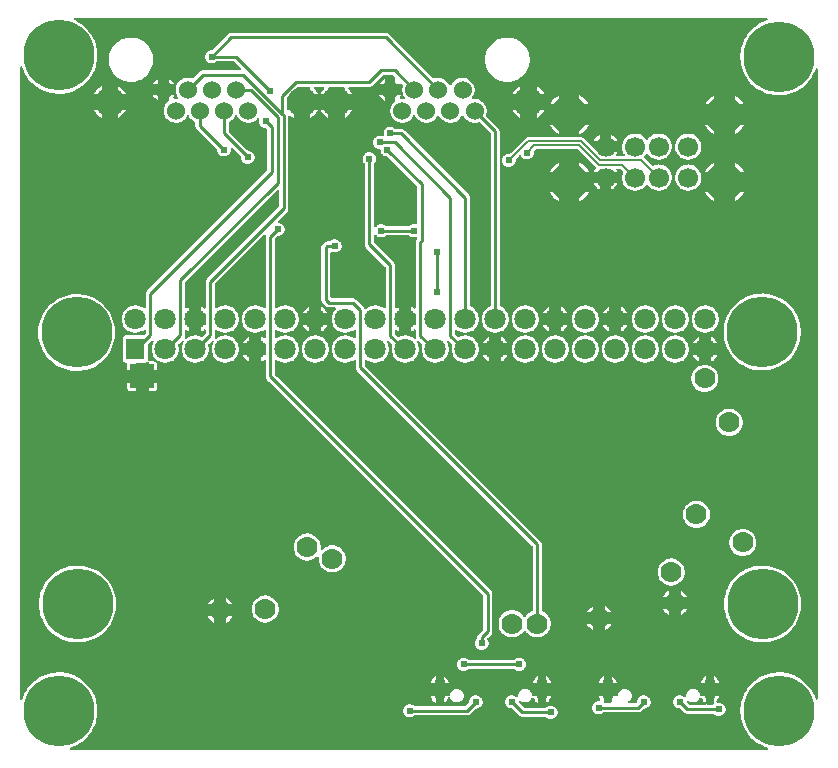
<source format=gbl>
G04 Layer: BottomLayer*
G04 EasyEDA v6.5.51, 2025-12-13 04:46:10*
G04 afe304bc349a47aca8f85fda98863c0f,54a2198792e84a5b8b180a78bcbfafa7,10*
G04 Gerber Generator version 0.2*
G04 Scale: 100 percent, Rotated: No, Reflected: No *
G04 Dimensions in inches *
G04 leading zeros omitted , absolute positions ,3 integer and 6 decimal *
%FSLAX36Y36*%
%MOIN*%

%ADD10C,0.0050*%
%ADD11C,0.0100*%
%ADD12O,0.03937X0.074803*%
%ADD13R,0.0787X0.0787*%
%ADD14C,0.0709*%
%ADD15C,0.0700*%
%ADD16C,0.2362*%
%ADD17R,0.0620X0.0709*%
%ADD18R,0.0113X0.0709*%
%ADD19C,0.0984*%
%ADD20C,0.0600*%
%ADD21C,0.0669*%
%ADD22C,0.1260*%
%ADD23C,0.0244*%

%LPD*%
G36*
X1040780Y-229800D02*
G01*
X1039200Y-229480D01*
X1037860Y-228540D01*
X1037020Y-227160D01*
X1036780Y-225560D01*
X1037200Y-224000D01*
X1038199Y-222740D01*
X1039640Y-221960D01*
X1041540Y-221400D01*
X1050820Y-217820D01*
X1059800Y-213520D01*
X1068420Y-208540D01*
X1076620Y-202920D01*
X1084360Y-196680D01*
X1091600Y-189840D01*
X1098280Y-182480D01*
X1104380Y-174600D01*
X1109860Y-166300D01*
X1114660Y-157580D01*
X1118780Y-148520D01*
X1122180Y-139180D01*
X1124840Y-129580D01*
X1126760Y-119820D01*
X1127920Y-109940D01*
X1128300Y-100000D01*
X1127920Y-90060D01*
X1126760Y-80180D01*
X1124840Y-70420D01*
X1122180Y-60820D01*
X1118780Y-51480D01*
X1114660Y-42420D01*
X1109860Y-33700D01*
X1104380Y-25400D01*
X1098280Y-17520D01*
X1091600Y-10160D01*
X1084360Y-3320D01*
X1076620Y2920D01*
X1068420Y8540D01*
X1059800Y13520D01*
X1050820Y17820D01*
X1041540Y21400D01*
X1032000Y24260D01*
X1022280Y26360D01*
X1012420Y27700D01*
X1002480Y28280D01*
X992540Y28080D01*
X982640Y27120D01*
X972840Y25400D01*
X963199Y22919D01*
X953780Y19700D01*
X944659Y15760D01*
X935840Y11120D01*
X927420Y5820D01*
X919440Y-140D01*
X911960Y-6680D01*
X904980Y-13779D01*
X898580Y-21400D01*
X892800Y-29500D01*
X887660Y-38020D01*
X883199Y-46900D01*
X879440Y-56120D01*
X878000Y-60560D01*
X877220Y-61960D01*
X875939Y-62920D01*
X874380Y-63320D01*
X872800Y-63080D01*
X871440Y-62220D01*
X870520Y-60900D01*
X870200Y-59320D01*
X870200Y2044319D01*
X870520Y2045900D01*
X871440Y2047220D01*
X872800Y2048080D01*
X874380Y2048320D01*
X875939Y2047920D01*
X877220Y2046960D01*
X878000Y2045560D01*
X879440Y2041120D01*
X883199Y2031900D01*
X887660Y2023020D01*
X892800Y2014500D01*
X898580Y2006399D01*
X904980Y1998779D01*
X911960Y1991680D01*
X919440Y1985140D01*
X927420Y1979180D01*
X935840Y1973880D01*
X944659Y1969240D01*
X953780Y1965300D01*
X963199Y1962080D01*
X972840Y1959600D01*
X982640Y1957880D01*
X992540Y1956920D01*
X1002480Y1956720D01*
X1012420Y1957300D01*
X1022280Y1958640D01*
X1032000Y1960740D01*
X1041540Y1963600D01*
X1050820Y1967180D01*
X1059800Y1971480D01*
X1068420Y1976459D01*
X1076620Y1982080D01*
X1084360Y1988320D01*
X1091600Y1995160D01*
X1098280Y2002520D01*
X1104380Y2010400D01*
X1109860Y2018700D01*
X1114660Y2027420D01*
X1118780Y2036480D01*
X1122180Y2045820D01*
X1124840Y2055420D01*
X1126760Y2065180D01*
X1127920Y2075060D01*
X1128300Y2085000D01*
X1127920Y2094940D01*
X1126760Y2104820D01*
X1124840Y2114580D01*
X1122180Y2124180D01*
X1118780Y2133520D01*
X1114660Y2142580D01*
X1109860Y2151300D01*
X1104380Y2159600D01*
X1098280Y2167480D01*
X1091600Y2174840D01*
X1084360Y2181680D01*
X1076620Y2187920D01*
X1068420Y2193540D01*
X1059800Y2198520D01*
X1052640Y2201940D01*
X1051420Y2202860D01*
X1050620Y2204160D01*
X1050360Y2205680D01*
X1050700Y2207160D01*
X1051580Y2208420D01*
X1052860Y2209260D01*
X1054360Y2209560D01*
X3358540Y2209560D01*
X3360100Y2209240D01*
X3361420Y2208320D01*
X3362280Y2206980D01*
X3362540Y2205400D01*
X3362160Y2203860D01*
X3361220Y2202580D01*
X3359840Y2201760D01*
X3353780Y2199700D01*
X3344660Y2195760D01*
X3335840Y2191120D01*
X3327420Y2185820D01*
X3319440Y2179860D01*
X3311960Y2173320D01*
X3304980Y2166220D01*
X3298580Y2158600D01*
X3292799Y2150500D01*
X3287660Y2141980D01*
X3283200Y2133100D01*
X3279440Y2123880D01*
X3276400Y2114400D01*
X3274100Y2104720D01*
X3272559Y2094900D01*
X3271780Y2084980D01*
X3271780Y2075020D01*
X3272559Y2065100D01*
X3274100Y2055280D01*
X3276400Y2045600D01*
X3279440Y2036120D01*
X3283200Y2026900D01*
X3287660Y2018020D01*
X3292799Y2009500D01*
X3298580Y2001399D01*
X3304980Y1993779D01*
X3311960Y1986680D01*
X3319440Y1980140D01*
X3327420Y1974180D01*
X3335840Y1968880D01*
X3344660Y1964240D01*
X3353780Y1960300D01*
X3363200Y1957080D01*
X3372840Y1954600D01*
X3382640Y1952880D01*
X3392540Y1951920D01*
X3402480Y1951720D01*
X3412420Y1952300D01*
X3422280Y1953640D01*
X3432000Y1955740D01*
X3441540Y1958600D01*
X3450820Y1962180D01*
X3459800Y1966480D01*
X3468420Y1971459D01*
X3476620Y1977080D01*
X3484360Y1983320D01*
X3491600Y1990160D01*
X3498279Y1997520D01*
X3504380Y2005400D01*
X3509860Y2013700D01*
X3514660Y2022420D01*
X3518780Y2031480D01*
X3522040Y2040440D01*
X3522860Y2041800D01*
X3524160Y2042720D01*
X3525700Y2043080D01*
X3527260Y2042800D01*
X3528600Y2041940D01*
X3529480Y2040620D01*
X3529800Y2039079D01*
X3529800Y-59080D01*
X3529480Y-60620D01*
X3528600Y-61940D01*
X3527260Y-62800D01*
X3525700Y-63080D01*
X3524160Y-62720D01*
X3522860Y-61800D01*
X3522040Y-60439D01*
X3518780Y-51480D01*
X3514660Y-42420D01*
X3509860Y-33700D01*
X3504380Y-25400D01*
X3498279Y-17520D01*
X3491600Y-10160D01*
X3484360Y-3320D01*
X3476620Y2920D01*
X3468420Y8540D01*
X3459800Y13520D01*
X3450820Y17820D01*
X3441540Y21400D01*
X3432000Y24260D01*
X3422280Y26360D01*
X3412420Y27700D01*
X3402480Y28280D01*
X3392540Y28080D01*
X3382640Y27120D01*
X3372840Y25400D01*
X3363200Y22919D01*
X3353780Y19700D01*
X3344660Y15760D01*
X3335840Y11120D01*
X3327420Y5820D01*
X3319440Y-140D01*
X3311960Y-6680D01*
X3304980Y-13779D01*
X3298580Y-21400D01*
X3292799Y-29500D01*
X3287660Y-38020D01*
X3283200Y-46900D01*
X3279440Y-56120D01*
X3276400Y-65600D01*
X3274100Y-75280D01*
X3272559Y-85100D01*
X3271780Y-95020D01*
X3271780Y-104980D01*
X3272559Y-114900D01*
X3274100Y-124720D01*
X3276400Y-134400D01*
X3279440Y-143880D01*
X3283200Y-153100D01*
X3287660Y-161980D01*
X3292799Y-170500D01*
X3298580Y-178600D01*
X3304980Y-186220D01*
X3311960Y-193320D01*
X3319440Y-199860D01*
X3327420Y-205820D01*
X3335840Y-211119D01*
X3344660Y-215760D01*
X3353780Y-219700D01*
X3360560Y-222020D01*
X3361940Y-222820D01*
X3362900Y-224100D01*
X3363260Y-225660D01*
X3363000Y-227240D01*
X3362160Y-228580D01*
X3360840Y-229480D01*
X3359280Y-229800D01*
G37*

%LPC*%
G36*
X2640960Y-127380D02*
G01*
X2644720Y-126880D01*
X2648340Y-125780D01*
X2651740Y-124060D01*
X2654800Y-121800D01*
X2657420Y-119060D01*
X2659540Y-115920D01*
X2661120Y-112460D01*
X2662060Y-108780D01*
X2662400Y-105000D01*
X2662060Y-101220D01*
X2661120Y-97540D01*
X2659540Y-94080D01*
X2657420Y-90940D01*
X2654800Y-88200D01*
X2651740Y-85940D01*
X2648340Y-84220D01*
X2644720Y-83120D01*
X2640960Y-82620D01*
X2637160Y-82800D01*
X2633440Y-83600D01*
X2629920Y-85000D01*
X2626680Y-87000D01*
X2624640Y-88800D01*
X2623399Y-89540D01*
X2622000Y-89800D01*
X2552960Y-89800D01*
X2551420Y-89500D01*
X2550120Y-88620D01*
X2533560Y-72060D01*
X2532640Y-70600D01*
X2532420Y-68860D01*
X2532960Y-67200D01*
X2534140Y-65940D01*
X2535760Y-65300D01*
X2537500Y-65400D01*
X2539040Y-66240D01*
X2540120Y-67200D01*
X2543440Y-69240D01*
X2547060Y-70700D01*
X2550880Y-71520D01*
X2554760Y-71680D01*
X2558640Y-71180D01*
X2562360Y-70040D01*
X2565840Y-68280D01*
X2568980Y-65980D01*
X2571660Y-63160D01*
X2573860Y-59920D01*
X2575260Y-56840D01*
X2576160Y-55580D01*
X2577460Y-54740D01*
X2579000Y-54480D01*
X2580520Y-54820D01*
X2581780Y-55720D01*
X2582620Y-57020D01*
X2583360Y-58920D01*
X2585600Y-62779D01*
X2588380Y-66280D01*
X2591660Y-69320D01*
X2595340Y-71840D01*
X2597940Y-73080D01*
X2597940Y-49440D01*
X2580500Y-49440D01*
X2579060Y-49180D01*
X2577799Y-48400D01*
X2576920Y-47200D01*
X2576520Y-45780D01*
X2576440Y-44840D01*
X2575460Y-41060D01*
X2573860Y-37520D01*
X2571660Y-34280D01*
X2568980Y-31460D01*
X2565840Y-29160D01*
X2562360Y-27400D01*
X2558640Y-26260D01*
X2554760Y-25760D01*
X2550880Y-25920D01*
X2547060Y-26740D01*
X2543440Y-28200D01*
X2540120Y-30240D01*
X2537200Y-32820D01*
X2534760Y-35860D01*
X2532840Y-39260D01*
X2531560Y-42920D01*
X2530900Y-46780D01*
X2530900Y-49760D01*
X2530500Y-51480D01*
X2529440Y-52859D01*
X2527860Y-53640D01*
X2526120Y-53700D01*
X2524520Y-52980D01*
X2521740Y-50940D01*
X2518340Y-49220D01*
X2514720Y-48120D01*
X2510960Y-47619D01*
X2507160Y-47800D01*
X2503440Y-48600D01*
X2499920Y-50000D01*
X2496680Y-52000D01*
X2493840Y-54500D01*
X2491440Y-57460D01*
X2489600Y-60780D01*
X2488340Y-64360D01*
X2487700Y-68100D01*
X2487700Y-71900D01*
X2488340Y-75640D01*
X2489600Y-79220D01*
X2491440Y-82540D01*
X2493840Y-85500D01*
X2496680Y-88000D01*
X2499920Y-90000D01*
X2503440Y-91400D01*
X2507160Y-92200D01*
X2509320Y-92300D01*
X2510760Y-92640D01*
X2511980Y-93460D01*
X2534120Y-115600D01*
X2536560Y-117620D01*
X2539200Y-119019D01*
X2542040Y-119880D01*
X2545200Y-120200D01*
X2622000Y-120200D01*
X2623399Y-120460D01*
X2624640Y-121199D01*
X2626680Y-123000D01*
X2629920Y-125000D01*
X2633440Y-126400D01*
X2637160Y-127200D01*
G37*
G36*
X2170960Y-122380D02*
G01*
X2174720Y-121880D01*
X2178340Y-120780D01*
X2181740Y-119060D01*
X2186480Y-115520D01*
X2188040Y-115200D01*
X2359800Y-115200D01*
X2362960Y-114880D01*
X2365800Y-114019D01*
X2368440Y-112620D01*
X2370880Y-110600D01*
X2387960Y-93539D01*
X2389340Y-92640D01*
X2394720Y-91880D01*
X2398340Y-90780D01*
X2401740Y-89060D01*
X2404800Y-86800D01*
X2407420Y-84060D01*
X2409540Y-80920D01*
X2411120Y-77460D01*
X2412060Y-73780D01*
X2412400Y-70000D01*
X2412060Y-66220D01*
X2411120Y-62539D01*
X2409540Y-59080D01*
X2407420Y-55940D01*
X2404800Y-53200D01*
X2401740Y-50940D01*
X2398340Y-49220D01*
X2394720Y-48120D01*
X2390960Y-47619D01*
X2387160Y-47800D01*
X2383440Y-48600D01*
X2379920Y-50000D01*
X2376680Y-52000D01*
X2373840Y-54500D01*
X2371440Y-57460D01*
X2369600Y-60780D01*
X2368340Y-64360D01*
X2367700Y-68100D01*
X2367700Y-69160D01*
X2367380Y-70680D01*
X2366520Y-71980D01*
X2354880Y-83620D01*
X2353580Y-84500D01*
X2352040Y-84800D01*
X2188040Y-84800D01*
X2186480Y-84480D01*
X2181740Y-80940D01*
X2178340Y-79220D01*
X2174720Y-78120D01*
X2170960Y-77620D01*
X2167160Y-77800D01*
X2163440Y-78600D01*
X2159920Y-80000D01*
X2156680Y-82000D01*
X2153840Y-84500D01*
X2151440Y-87460D01*
X2149600Y-90780D01*
X2148340Y-94360D01*
X2147700Y-98100D01*
X2147700Y-101900D01*
X2148340Y-105640D01*
X2149600Y-109220D01*
X2151440Y-112540D01*
X2153840Y-115500D01*
X2156680Y-118000D01*
X2159920Y-120000D01*
X2163440Y-121400D01*
X2167160Y-122200D01*
G37*
G36*
X3200960Y-117380D02*
G01*
X3204720Y-116880D01*
X3208340Y-115780D01*
X3211740Y-114060D01*
X3214800Y-111800D01*
X3217420Y-109060D01*
X3219540Y-105920D01*
X3221120Y-102460D01*
X3222060Y-98780D01*
X3222400Y-95000D01*
X3222060Y-91220D01*
X3221120Y-87540D01*
X3219540Y-84080D01*
X3217420Y-80940D01*
X3214800Y-78200D01*
X3211740Y-75940D01*
X3208340Y-74220D01*
X3204720Y-73120D01*
X3200960Y-72620D01*
X3197160Y-72800D01*
X3195779Y-73080D01*
X3194140Y-73100D01*
X3192640Y-72460D01*
X3191520Y-71280D01*
X3190980Y-69740D01*
X3191080Y-68120D01*
X3191820Y-66660D01*
X3194960Y-62779D01*
X3197200Y-58920D01*
X3198820Y-54760D01*
X3199820Y-50420D01*
X3199880Y-49440D01*
X3182620Y-49440D01*
X3182620Y-75800D01*
X3182320Y-77340D01*
X3181460Y-78620D01*
X3180160Y-79500D01*
X3178620Y-79800D01*
X3161940Y-79800D01*
X3160400Y-79500D01*
X3159100Y-78620D01*
X3158240Y-77340D01*
X3157140Y-78680D01*
X3155860Y-79500D01*
X3154360Y-79800D01*
X3102960Y-79800D01*
X3101420Y-79500D01*
X3100120Y-78620D01*
X3093560Y-72060D01*
X3092640Y-70600D01*
X3092420Y-68860D01*
X3092960Y-67200D01*
X3094140Y-65940D01*
X3095760Y-65300D01*
X3097500Y-65400D01*
X3099040Y-66240D01*
X3100120Y-67200D01*
X3103440Y-69240D01*
X3107060Y-70700D01*
X3110880Y-71520D01*
X3114760Y-71680D01*
X3118639Y-71180D01*
X3122360Y-70040D01*
X3125840Y-68280D01*
X3128980Y-65980D01*
X3131660Y-63160D01*
X3133860Y-59920D01*
X3135260Y-56840D01*
X3136160Y-55580D01*
X3137460Y-54740D01*
X3139000Y-54480D01*
X3140520Y-54820D01*
X3141780Y-55720D01*
X3142620Y-57020D01*
X3143360Y-58920D01*
X3145600Y-62779D01*
X3148380Y-66280D01*
X3151660Y-69320D01*
X3155340Y-71840D01*
X3156100Y-72200D01*
X3157320Y-73120D01*
X3157940Y-74120D01*
X3157940Y-49440D01*
X3140500Y-49440D01*
X3139060Y-49180D01*
X3137799Y-48400D01*
X3136920Y-47200D01*
X3136520Y-45780D01*
X3136440Y-44840D01*
X3135460Y-41060D01*
X3133860Y-37520D01*
X3131660Y-34280D01*
X3128980Y-31460D01*
X3125840Y-29160D01*
X3122360Y-27400D01*
X3118639Y-26260D01*
X3114760Y-25760D01*
X3110880Y-25920D01*
X3107060Y-26740D01*
X3103440Y-28200D01*
X3100120Y-30240D01*
X3097200Y-32820D01*
X3094760Y-35860D01*
X3092840Y-39260D01*
X3091560Y-42920D01*
X3090899Y-46780D01*
X3090899Y-49760D01*
X3090500Y-51480D01*
X3089440Y-52859D01*
X3087860Y-53640D01*
X3086120Y-53700D01*
X3084520Y-52980D01*
X3081740Y-50940D01*
X3078340Y-49220D01*
X3074720Y-48120D01*
X3070960Y-47619D01*
X3067160Y-47800D01*
X3063440Y-48600D01*
X3059920Y-50000D01*
X3056680Y-52000D01*
X3053840Y-54500D01*
X3051440Y-57460D01*
X3049600Y-60780D01*
X3048340Y-64360D01*
X3047700Y-68100D01*
X3047700Y-71900D01*
X3048340Y-75640D01*
X3049600Y-79220D01*
X3051440Y-82540D01*
X3053840Y-85500D01*
X3056680Y-88000D01*
X3059920Y-90000D01*
X3063440Y-91400D01*
X3067160Y-92200D01*
X3069320Y-92300D01*
X3070760Y-92640D01*
X3071980Y-93460D01*
X3084120Y-105600D01*
X3086560Y-107620D01*
X3089200Y-109019D01*
X3092040Y-109880D01*
X3095200Y-110200D01*
X3182000Y-110200D01*
X3183399Y-110460D01*
X3184640Y-111199D01*
X3186680Y-113000D01*
X3189920Y-115000D01*
X3193440Y-116400D01*
X3197160Y-117200D01*
G37*
G36*
X2800960Y-112380D02*
G01*
X2804720Y-111880D01*
X2808340Y-110780D01*
X2811740Y-109060D01*
X2816480Y-105520D01*
X2818039Y-105200D01*
X2929800Y-105200D01*
X2932960Y-104880D01*
X2935800Y-104019D01*
X2938440Y-102620D01*
X2940880Y-100600D01*
X2947960Y-93539D01*
X2949340Y-92640D01*
X2954720Y-91880D01*
X2958340Y-90780D01*
X2961740Y-89060D01*
X2964800Y-86800D01*
X2967420Y-84060D01*
X2969540Y-80920D01*
X2971120Y-77460D01*
X2972060Y-73780D01*
X2972400Y-70000D01*
X2972060Y-66220D01*
X2971120Y-62539D01*
X2969540Y-59080D01*
X2967420Y-55940D01*
X2964800Y-53200D01*
X2961740Y-50940D01*
X2958340Y-49220D01*
X2954720Y-48120D01*
X2950960Y-47619D01*
X2947160Y-47800D01*
X2943440Y-48600D01*
X2939920Y-50000D01*
X2936680Y-52000D01*
X2933840Y-54500D01*
X2931440Y-57460D01*
X2929600Y-60780D01*
X2928340Y-64360D01*
X2927700Y-68100D01*
X2927700Y-69160D01*
X2927380Y-70680D01*
X2926520Y-71980D01*
X2924880Y-73620D01*
X2923580Y-74500D01*
X2922040Y-74800D01*
X2901620Y-74800D01*
X2899980Y-74460D01*
X2898639Y-73480D01*
X2897820Y-72060D01*
X2897620Y-70400D01*
X2898140Y-68820D01*
X2899240Y-67580D01*
X2901420Y-65980D01*
X2904100Y-63160D01*
X2906300Y-59920D01*
X2907900Y-56380D01*
X2908880Y-52600D01*
X2909220Y-48720D01*
X2908880Y-44840D01*
X2907900Y-41060D01*
X2906300Y-37520D01*
X2904100Y-34280D01*
X2901420Y-31460D01*
X2898279Y-29160D01*
X2894800Y-27400D01*
X2891080Y-26260D01*
X2887200Y-25760D01*
X2883320Y-25920D01*
X2879500Y-26740D01*
X2875880Y-28200D01*
X2872559Y-30240D01*
X2869640Y-32820D01*
X2867200Y-35860D01*
X2865280Y-39260D01*
X2864000Y-42920D01*
X2863440Y-46120D01*
X2862980Y-47440D01*
X2862080Y-48500D01*
X2860880Y-49200D01*
X2859500Y-49440D01*
X2842060Y-49440D01*
X2842060Y-70800D01*
X2841760Y-72340D01*
X2840899Y-73620D01*
X2839600Y-74500D01*
X2838060Y-74800D01*
X2821380Y-74800D01*
X2819840Y-74500D01*
X2818540Y-73620D01*
X2817679Y-72340D01*
X2817380Y-70800D01*
X2817380Y-49440D01*
X2800120Y-49440D01*
X2800179Y-50420D01*
X2801180Y-54760D01*
X2802799Y-58920D01*
X2804360Y-61620D01*
X2804880Y-63179D01*
X2804720Y-64800D01*
X2803940Y-66220D01*
X2802660Y-67220D01*
X2801080Y-67620D01*
X2797160Y-67800D01*
X2793440Y-68600D01*
X2789920Y-70000D01*
X2786680Y-72000D01*
X2783840Y-74500D01*
X2781440Y-77460D01*
X2779600Y-80780D01*
X2778340Y-84360D01*
X2777700Y-88100D01*
X2777700Y-91900D01*
X2778340Y-95640D01*
X2779600Y-99220D01*
X2781440Y-102540D01*
X2783840Y-105500D01*
X2786680Y-108000D01*
X2789920Y-110000D01*
X2793440Y-111400D01*
X2797160Y-112200D01*
G37*
G36*
X2622620Y-73080D02*
G01*
X2625220Y-71840D01*
X2628900Y-69320D01*
X2632180Y-66280D01*
X2634960Y-62779D01*
X2637200Y-58920D01*
X2638820Y-54760D01*
X2639820Y-50420D01*
X2639880Y-49440D01*
X2622620Y-49440D01*
G37*
G36*
X2257380Y-73080D02*
G01*
X2257380Y-49440D01*
X2240120Y-49440D01*
X2240180Y-50420D01*
X2241180Y-54760D01*
X2242800Y-58920D01*
X2245040Y-62779D01*
X2247820Y-66280D01*
X2251100Y-69320D01*
X2254780Y-71840D01*
G37*
G36*
X2282060Y-73080D02*
G01*
X2284660Y-71840D01*
X2288340Y-69320D01*
X2291620Y-66280D01*
X2294400Y-62779D01*
X2296640Y-58920D01*
X2297400Y-56960D01*
X2298280Y-55599D01*
X2299620Y-54720D01*
X2301200Y-54420D01*
X2302760Y-54760D01*
X2304080Y-55700D01*
X2304900Y-57080D01*
X2305280Y-58179D01*
X2307200Y-61580D01*
X2309640Y-64620D01*
X2312560Y-67200D01*
X2315880Y-69240D01*
X2319500Y-70700D01*
X2323320Y-71520D01*
X2327200Y-71680D01*
X2331080Y-71180D01*
X2334800Y-70040D01*
X2338280Y-68280D01*
X2341420Y-65980D01*
X2344100Y-63160D01*
X2346300Y-59920D01*
X2347900Y-56380D01*
X2348880Y-52600D01*
X2349220Y-48720D01*
X2348880Y-44840D01*
X2347900Y-41060D01*
X2346300Y-37520D01*
X2344100Y-34280D01*
X2341420Y-31460D01*
X2338280Y-29160D01*
X2334800Y-27400D01*
X2331080Y-26260D01*
X2327200Y-25760D01*
X2323320Y-25920D01*
X2319500Y-26740D01*
X2315880Y-28200D01*
X2312560Y-30240D01*
X2309640Y-32820D01*
X2307200Y-35860D01*
X2305280Y-39260D01*
X2304000Y-42920D01*
X2303440Y-46120D01*
X2302980Y-47440D01*
X2302080Y-48500D01*
X2300880Y-49200D01*
X2299500Y-49440D01*
X2282060Y-49440D01*
G37*
G36*
X3182620Y-7040D02*
G01*
X3199880Y-7040D01*
X3199820Y-6060D01*
X3198820Y-1719D01*
X3197200Y2440D01*
X3194960Y6300D01*
X3192180Y9800D01*
X3188900Y12820D01*
X3185220Y15340D01*
X3182620Y16600D01*
G37*
G36*
X2842060Y-7040D02*
G01*
X2859320Y-7040D01*
X2859260Y-6060D01*
X2858260Y-1719D01*
X2856640Y2440D01*
X2854400Y6300D01*
X2851620Y9800D01*
X2848340Y12820D01*
X2844660Y15340D01*
X2842060Y16600D01*
G37*
G36*
X2800120Y-7040D02*
G01*
X2817380Y-7040D01*
X2817380Y16600D01*
X2814780Y15340D01*
X2811100Y12820D01*
X2807820Y9800D01*
X2805040Y6300D01*
X2802799Y2440D01*
X2801180Y-1719D01*
X2800179Y-6060D01*
G37*
G36*
X2282060Y-7040D02*
G01*
X2299320Y-7040D01*
X2299260Y-6060D01*
X2298260Y-1719D01*
X2296640Y2440D01*
X2294400Y6300D01*
X2291620Y9800D01*
X2288340Y12820D01*
X2284660Y15340D01*
X2282060Y16600D01*
G37*
G36*
X2622620Y-7040D02*
G01*
X2639880Y-7040D01*
X2639820Y-6060D01*
X2638820Y-1719D01*
X2637200Y2440D01*
X2634960Y6300D01*
X2632180Y9800D01*
X2628900Y12820D01*
X2625220Y15340D01*
X2622620Y16600D01*
G37*
G36*
X2240120Y-7040D02*
G01*
X2257380Y-7040D01*
X2257380Y16600D01*
X2254780Y15340D01*
X2251100Y12820D01*
X2247820Y9800D01*
X2245040Y6300D01*
X2242800Y2440D01*
X2241180Y-1719D01*
X2240180Y-6060D01*
G37*
G36*
X2580659Y-7040D02*
G01*
X2597940Y-7040D01*
X2597940Y16600D01*
X2595340Y15340D01*
X2591660Y12820D01*
X2588380Y9800D01*
X2585600Y6300D01*
X2583360Y2440D01*
X2581740Y-1719D01*
X2580740Y-6080D01*
G37*
G36*
X3140659Y-7040D02*
G01*
X3157940Y-7040D01*
X3157940Y16600D01*
X3155340Y15340D01*
X3151660Y12820D01*
X3148380Y9800D01*
X3145600Y6300D01*
X3143360Y2440D01*
X3141740Y-1719D01*
X3140740Y-6080D01*
G37*
G36*
X2350960Y32620D02*
G01*
X2354720Y33120D01*
X2358340Y34220D01*
X2361740Y35940D01*
X2366480Y39480D01*
X2368040Y39800D01*
X2516480Y39800D01*
X2517900Y39540D01*
X2519120Y38800D01*
X2521180Y37000D01*
X2524400Y35000D01*
X2527940Y33600D01*
X2531640Y32800D01*
X2535440Y32620D01*
X2539200Y33120D01*
X2542840Y34220D01*
X2546220Y35940D01*
X2549280Y38200D01*
X2551920Y40940D01*
X2554040Y44080D01*
X2555600Y47539D01*
X2556560Y51220D01*
X2556880Y55000D01*
X2556560Y58780D01*
X2555600Y62460D01*
X2554040Y65920D01*
X2551920Y69060D01*
X2549280Y71800D01*
X2546220Y74060D01*
X2542840Y75780D01*
X2539200Y76880D01*
X2535440Y77380D01*
X2531640Y77200D01*
X2527940Y76400D01*
X2524400Y75000D01*
X2521180Y73000D01*
X2519120Y71200D01*
X2517900Y70460D01*
X2516480Y70200D01*
X2368040Y70200D01*
X2366480Y70520D01*
X2361740Y74060D01*
X2358340Y75780D01*
X2354720Y76880D01*
X2350960Y77380D01*
X2347160Y77200D01*
X2343440Y76400D01*
X2339920Y75000D01*
X2336680Y73000D01*
X2333840Y70500D01*
X2331440Y67540D01*
X2329600Y64220D01*
X2328340Y60640D01*
X2327700Y56900D01*
X2327700Y53099D01*
X2328340Y49360D01*
X2329600Y45780D01*
X2331440Y42460D01*
X2333840Y39500D01*
X2336680Y37000D01*
X2339920Y35000D01*
X2343440Y33600D01*
X2347160Y32800D01*
G37*
G36*
X2410960Y102620D02*
G01*
X2414720Y103120D01*
X2418340Y104220D01*
X2421740Y105940D01*
X2424800Y108200D01*
X2427420Y110940D01*
X2429540Y114080D01*
X2431120Y117540D01*
X2432060Y121220D01*
X2432400Y125000D01*
X2432060Y128780D01*
X2431120Y132460D01*
X2429540Y135920D01*
X2428520Y137440D01*
X2427960Y138700D01*
X2427860Y140060D01*
X2428220Y141380D01*
X2429000Y142500D01*
X2440600Y154120D01*
X2442620Y156560D01*
X2444020Y159200D01*
X2444880Y162040D01*
X2445200Y165200D01*
X2445200Y289800D01*
X2444880Y292960D01*
X2444020Y295800D01*
X2442620Y298440D01*
X2440600Y300880D01*
X1721380Y1020120D01*
X1720500Y1021420D01*
X1720200Y1022960D01*
X1720200Y1066620D01*
X1720580Y1068320D01*
X1721660Y1069700D01*
X1723200Y1070500D01*
X1724940Y1070540D01*
X1726560Y1069860D01*
X1730000Y1067340D01*
X1735020Y1064580D01*
X1740340Y1062480D01*
X1745900Y1061060D01*
X1751579Y1060340D01*
X1757320Y1060340D01*
X1763000Y1061060D01*
X1768540Y1062480D01*
X1773880Y1064580D01*
X1778899Y1067340D01*
X1783540Y1070720D01*
X1787700Y1074640D01*
X1791360Y1079060D01*
X1794420Y1083900D01*
X1796860Y1089080D01*
X1798640Y1094520D01*
X1799720Y1100160D01*
X1800080Y1105880D01*
X1799720Y1111580D01*
X1798640Y1117220D01*
X1796860Y1122660D01*
X1794420Y1127860D01*
X1791360Y1132680D01*
X1787700Y1137100D01*
X1783540Y1141020D01*
X1778899Y1144400D01*
X1773880Y1147160D01*
X1768540Y1149260D01*
X1763000Y1150680D01*
X1757320Y1151400D01*
X1751579Y1151400D01*
X1745900Y1150680D01*
X1740340Y1149260D01*
X1735020Y1147160D01*
X1730000Y1144400D01*
X1726560Y1141880D01*
X1724940Y1141200D01*
X1723200Y1141240D01*
X1721660Y1142040D01*
X1720580Y1143420D01*
X1720200Y1145120D01*
X1720200Y1166620D01*
X1720580Y1168320D01*
X1721660Y1169700D01*
X1723200Y1170500D01*
X1724940Y1170540D01*
X1726560Y1169860D01*
X1730000Y1167340D01*
X1735020Y1164580D01*
X1740340Y1162480D01*
X1745900Y1161060D01*
X1751579Y1160340D01*
X1757320Y1160340D01*
X1763000Y1161060D01*
X1768540Y1162480D01*
X1773880Y1164580D01*
X1778899Y1167340D01*
X1783540Y1170720D01*
X1787700Y1174640D01*
X1791360Y1179060D01*
X1794420Y1183900D01*
X1796860Y1189080D01*
X1798640Y1194520D01*
X1799720Y1200160D01*
X1800080Y1205880D01*
X1799720Y1211580D01*
X1798640Y1217220D01*
X1796860Y1222660D01*
X1794420Y1227860D01*
X1791360Y1232680D01*
X1787700Y1237100D01*
X1783540Y1241020D01*
X1778899Y1244400D01*
X1773880Y1247160D01*
X1768540Y1249260D01*
X1763000Y1250680D01*
X1757320Y1251400D01*
X1751579Y1251400D01*
X1745900Y1250680D01*
X1740340Y1249260D01*
X1735020Y1247160D01*
X1730000Y1244400D01*
X1726560Y1241880D01*
X1724940Y1241200D01*
X1723200Y1241240D01*
X1721660Y1242040D01*
X1720580Y1243420D01*
X1720200Y1245120D01*
X1720200Y1472040D01*
X1720500Y1473580D01*
X1721380Y1474880D01*
X1727960Y1481459D01*
X1729340Y1482360D01*
X1734720Y1483120D01*
X1738340Y1484220D01*
X1741740Y1485940D01*
X1744800Y1488200D01*
X1747420Y1490940D01*
X1749540Y1494079D01*
X1751120Y1497540D01*
X1752060Y1501220D01*
X1752400Y1505000D01*
X1752060Y1508779D01*
X1751120Y1512460D01*
X1749540Y1515920D01*
X1747420Y1519060D01*
X1744800Y1521800D01*
X1741740Y1524060D01*
X1738340Y1525780D01*
X1734720Y1526879D01*
X1732760Y1527140D01*
X1731100Y1527740D01*
X1729860Y1529000D01*
X1729280Y1530680D01*
X1729480Y1532440D01*
X1730440Y1533940D01*
X1760600Y1564120D01*
X1762620Y1566560D01*
X1764019Y1569199D01*
X1764880Y1572040D01*
X1765200Y1575200D01*
X1765200Y1881500D01*
X1765500Y1883000D01*
X1766320Y1884280D01*
X1767560Y1885160D01*
X1769060Y1885500D01*
X1770560Y1885260D01*
X1771860Y1884480D01*
X1773040Y1883440D01*
X1778480Y1879580D01*
X1782980Y1877100D01*
X1782980Y1902780D01*
X1764199Y1902780D01*
X1762660Y1903080D01*
X1761380Y1903940D01*
X1760500Y1905240D01*
X1760200Y1906780D01*
X1760200Y1942040D01*
X1760500Y1943580D01*
X1761380Y1944880D01*
X1772320Y1955820D01*
X1773620Y1956680D01*
X1775140Y1956980D01*
X1782980Y1956980D01*
X1782980Y1964820D01*
X1783280Y1966360D01*
X1784139Y1967640D01*
X1795120Y1978620D01*
X1796420Y1979500D01*
X1797960Y1979800D01*
X1833180Y1979800D01*
X1834720Y1979500D01*
X1836020Y1978620D01*
X1836879Y1977340D01*
X1837180Y1975800D01*
X1837180Y1956980D01*
X1862860Y1956980D01*
X1860380Y1961480D01*
X1856519Y1966920D01*
X1852080Y1971879D01*
X1851040Y1972820D01*
X1850100Y1974100D01*
X1849720Y1975660D01*
X1849980Y1977220D01*
X1850840Y1978580D01*
X1852140Y1979480D01*
X1853720Y1979800D01*
X1881279Y1979800D01*
X1882860Y1979480D01*
X1884180Y1978580D01*
X1885020Y1977220D01*
X1885280Y1975660D01*
X1884900Y1974100D01*
X1883959Y1972820D01*
X1882920Y1971879D01*
X1878480Y1966920D01*
X1874620Y1961480D01*
X1872140Y1956980D01*
X1897820Y1956980D01*
X1897820Y1975800D01*
X1898120Y1977340D01*
X1898980Y1978620D01*
X1900280Y1979500D01*
X1901819Y1979800D01*
X1948020Y1979800D01*
X1949560Y1979500D01*
X1950860Y1978620D01*
X1951720Y1977340D01*
X1952020Y1975800D01*
X1952020Y1956980D01*
X1977700Y1956980D01*
X1975220Y1961480D01*
X1971360Y1966920D01*
X1966920Y1971879D01*
X1965880Y1972820D01*
X1964940Y1974100D01*
X1964560Y1975660D01*
X1964820Y1977220D01*
X1965680Y1978580D01*
X1966980Y1979480D01*
X1968560Y1979800D01*
X2034800Y1979800D01*
X2037960Y1980120D01*
X2040800Y1980980D01*
X2043440Y1982380D01*
X2045880Y1984400D01*
X2080120Y2018620D01*
X2081420Y2019500D01*
X2082960Y2019800D01*
X2111840Y2019800D01*
X2113380Y2019500D01*
X2114680Y2018620D01*
X2120780Y2012520D01*
X2121640Y2011220D01*
X2121960Y2009700D01*
X2121960Y1987540D01*
X2142760Y1987540D01*
X2144260Y1987260D01*
X2145520Y1986440D01*
X2146400Y1985200D01*
X2146760Y1983720D01*
X2146540Y1982220D01*
X2146000Y1980660D01*
X2144940Y1975400D01*
X2144580Y1970040D01*
X2144940Y1964680D01*
X2146000Y1959420D01*
X2146540Y1957860D01*
X2146760Y1956360D01*
X2146480Y1955200D01*
X2147240Y1954740D01*
X2148160Y1953560D01*
X2150180Y1949560D01*
X2152580Y1946080D01*
X2153180Y1944700D01*
X2153220Y1943200D01*
X2152720Y1941780D01*
X2151720Y1940640D01*
X2150380Y1939960D01*
X2148880Y1939840D01*
X2145960Y1940120D01*
X2140160Y1939920D01*
X2138660Y1940140D01*
X2137360Y1940900D01*
X2136440Y1942100D01*
X2136020Y1943540D01*
X2136180Y1945040D01*
X2136880Y1946380D01*
X2137580Y1947300D01*
X2140320Y1951920D01*
X2140580Y1952540D01*
X2121960Y1952540D01*
X2121960Y1935180D01*
X2121580Y1933500D01*
X2120540Y1932120D01*
X2116660Y1928860D01*
X2113060Y1924860D01*
X2110020Y1920440D01*
X2107600Y1915660D01*
X2105840Y1910580D01*
X2104780Y1905320D01*
X2104420Y1899960D01*
X2104780Y1894600D01*
X2105840Y1889340D01*
X2107600Y1884280D01*
X2110020Y1879480D01*
X2113060Y1875060D01*
X2116660Y1871080D01*
X2120760Y1867600D01*
X2125300Y1864720D01*
X2130160Y1862460D01*
X2135280Y1860860D01*
X2140580Y1859980D01*
X2145960Y1859800D01*
X2151300Y1860320D01*
X2156520Y1861579D01*
X2161520Y1863500D01*
X2166240Y1866080D01*
X2170560Y1869259D01*
X2174420Y1873000D01*
X2177740Y1877220D01*
X2180480Y1881840D01*
X2181080Y1883240D01*
X2181900Y1884480D01*
X2183160Y1885340D01*
X2184620Y1885660D01*
X2186100Y1885440D01*
X2187400Y1884660D01*
X2188320Y1883480D01*
X2190340Y1879480D01*
X2193380Y1875060D01*
X2196980Y1871080D01*
X2201080Y1867600D01*
X2205600Y1864720D01*
X2210480Y1862460D01*
X2215600Y1860860D01*
X2220900Y1859980D01*
X2226260Y1859800D01*
X2231600Y1860320D01*
X2236820Y1861579D01*
X2241840Y1863500D01*
X2246540Y1866080D01*
X2250880Y1869259D01*
X2254720Y1873000D01*
X2258060Y1877220D01*
X2260800Y1881840D01*
X2261380Y1883240D01*
X2262220Y1884480D01*
X2263460Y1885340D01*
X2264940Y1885660D01*
X2266420Y1885440D01*
X2267720Y1884660D01*
X2268640Y1883480D01*
X2270660Y1879480D01*
X2273700Y1875060D01*
X2277300Y1871080D01*
X2281400Y1867600D01*
X2285920Y1864720D01*
X2290800Y1862460D01*
X2295920Y1860860D01*
X2301220Y1859980D01*
X2306580Y1859800D01*
X2311920Y1860320D01*
X2317140Y1861579D01*
X2322160Y1863500D01*
X2326860Y1866080D01*
X2331180Y1869259D01*
X2335040Y1873000D01*
X2338380Y1877220D01*
X2341100Y1881840D01*
X2341700Y1883240D01*
X2342540Y1884480D01*
X2343780Y1885340D01*
X2345240Y1885660D01*
X2346740Y1885440D01*
X2348040Y1884660D01*
X2348960Y1883480D01*
X2350980Y1879480D01*
X2354020Y1875060D01*
X2357620Y1871080D01*
X2361720Y1867600D01*
X2366240Y1864720D01*
X2371100Y1862460D01*
X2376240Y1860860D01*
X2381520Y1859980D01*
X2386900Y1859800D01*
X2392240Y1860320D01*
X2397460Y1861579D01*
X2398660Y1862040D01*
X2400160Y1862300D01*
X2401660Y1861980D01*
X2402940Y1861140D01*
X2438040Y1825980D01*
X2438900Y1824680D01*
X2439200Y1823160D01*
X2439200Y1251520D01*
X2438880Y1249980D01*
X2438000Y1248660D01*
X2436680Y1247800D01*
X2435020Y1247160D01*
X2430000Y1244400D01*
X2425360Y1241020D01*
X2421180Y1237100D01*
X2417540Y1232680D01*
X2414460Y1227860D01*
X2412020Y1222660D01*
X2410260Y1217220D01*
X2409180Y1211580D01*
X2408820Y1205880D01*
X2409180Y1200160D01*
X2410260Y1194520D01*
X2412020Y1189080D01*
X2414460Y1183900D01*
X2417540Y1179060D01*
X2421180Y1174640D01*
X2425360Y1170720D01*
X2430000Y1167340D01*
X2435020Y1164580D01*
X2440340Y1162480D01*
X2445900Y1161060D01*
X2451580Y1160340D01*
X2457320Y1160340D01*
X2463000Y1161060D01*
X2468540Y1162480D01*
X2473880Y1164580D01*
X2478900Y1167340D01*
X2483540Y1170720D01*
X2487700Y1174640D01*
X2491360Y1179060D01*
X2494420Y1183900D01*
X2496860Y1189080D01*
X2498640Y1194520D01*
X2499720Y1200160D01*
X2500080Y1205880D01*
X2499720Y1211580D01*
X2498640Y1217220D01*
X2496860Y1222660D01*
X2494420Y1227860D01*
X2491360Y1232680D01*
X2487700Y1237100D01*
X2483540Y1241020D01*
X2478900Y1244400D01*
X2473880Y1247160D01*
X2472120Y1247840D01*
X2470800Y1248700D01*
X2469920Y1250020D01*
X2469600Y1251560D01*
X2469600Y1830900D01*
X2469300Y1834060D01*
X2468420Y1836900D01*
X2467020Y1839520D01*
X2465020Y1841980D01*
X2424460Y1882600D01*
X2423660Y1883740D01*
X2423300Y1885100D01*
X2423440Y1886480D01*
X2424940Y1891960D01*
X2425660Y1897280D01*
X2425660Y1902640D01*
X2424940Y1907960D01*
X2423520Y1913140D01*
X2421420Y1918080D01*
X2418680Y1922700D01*
X2415360Y1926920D01*
X2411500Y1930660D01*
X2407180Y1933839D01*
X2402460Y1936420D01*
X2397460Y1938340D01*
X2392240Y1939600D01*
X2386900Y1940120D01*
X2381100Y1939920D01*
X2379620Y1940140D01*
X2378320Y1940900D01*
X2377380Y1942100D01*
X2376980Y1943540D01*
X2377120Y1945040D01*
X2377820Y1946380D01*
X2378540Y1947300D01*
X2381260Y1951920D01*
X2383360Y1956860D01*
X2384780Y1962040D01*
X2385500Y1967360D01*
X2385500Y1972720D01*
X2384780Y1978040D01*
X2383360Y1983220D01*
X2381260Y1988160D01*
X2378540Y1992780D01*
X2375200Y1997000D01*
X2371340Y2000740D01*
X2367020Y2003920D01*
X2362320Y2006500D01*
X2357300Y2008420D01*
X2352080Y2009680D01*
X2346740Y2010200D01*
X2341380Y2010020D01*
X2336080Y2009139D01*
X2330960Y2007540D01*
X2326080Y2005280D01*
X2321560Y2002400D01*
X2317460Y1998940D01*
X2313860Y1994940D01*
X2310820Y1990520D01*
X2308800Y1986519D01*
X2307880Y1985340D01*
X2306580Y1984560D01*
X2305100Y1984340D01*
X2303620Y1984660D01*
X2302380Y1985520D01*
X2301540Y1986780D01*
X2300960Y1988160D01*
X2298220Y1992780D01*
X2294880Y1997000D01*
X2291020Y2000740D01*
X2286700Y2003920D01*
X2282000Y2006500D01*
X2276980Y2008420D01*
X2271760Y2009680D01*
X2266420Y2010200D01*
X2261060Y2010020D01*
X2255760Y2009139D01*
X2251740Y2007900D01*
X2250320Y2007720D01*
X2248920Y2008060D01*
X2247740Y2008880D01*
X2101000Y2155600D01*
X2098560Y2157620D01*
X2095920Y2159020D01*
X2093080Y2159880D01*
X2089920Y2160200D01*
X1575200Y2160200D01*
X1572040Y2159880D01*
X1569199Y2159020D01*
X1566560Y2157620D01*
X1564120Y2155600D01*
X1511980Y2103460D01*
X1510760Y2102640D01*
X1509319Y2102300D01*
X1507160Y2102200D01*
X1503440Y2101400D01*
X1499920Y2100000D01*
X1496680Y2098000D01*
X1493839Y2095500D01*
X1491440Y2092540D01*
X1489600Y2089220D01*
X1488340Y2085640D01*
X1487700Y2081900D01*
X1487700Y2078100D01*
X1488340Y2074360D01*
X1489600Y2070780D01*
X1491440Y2067460D01*
X1493839Y2064500D01*
X1496680Y2062000D01*
X1499920Y2060000D01*
X1503440Y2058600D01*
X1507160Y2057800D01*
X1510960Y2057620D01*
X1514720Y2058120D01*
X1518340Y2059220D01*
X1521740Y2060940D01*
X1526480Y2064480D01*
X1528040Y2064800D01*
X1582040Y2064800D01*
X1583580Y2064500D01*
X1584880Y2063620D01*
X1606480Y2042020D01*
X1607340Y2040740D01*
X1607640Y2039199D01*
X1607340Y2037660D01*
X1606480Y2036380D01*
X1605180Y2035500D01*
X1603640Y2035200D01*
X1479900Y2035200D01*
X1476740Y2034880D01*
X1473899Y2034019D01*
X1471260Y2032620D01*
X1468820Y2030620D01*
X1447120Y2008880D01*
X1445860Y2008020D01*
X1444360Y2007700D01*
X1442860Y2007980D01*
X1441680Y2008420D01*
X1436459Y2009680D01*
X1431100Y2010200D01*
X1425740Y2010020D01*
X1420440Y2009139D01*
X1415320Y2007540D01*
X1410440Y2005280D01*
X1405920Y2002400D01*
X1401819Y1998940D01*
X1398220Y1994940D01*
X1395180Y1990520D01*
X1393160Y1986519D01*
X1392240Y1985340D01*
X1391480Y1984880D01*
X1391759Y1983720D01*
X1391540Y1982220D01*
X1391000Y1980660D01*
X1389940Y1975400D01*
X1389580Y1970040D01*
X1389940Y1964680D01*
X1391000Y1959420D01*
X1391540Y1957860D01*
X1391759Y1956360D01*
X1391480Y1955200D01*
X1392240Y1954740D01*
X1393160Y1953560D01*
X1395180Y1949560D01*
X1397580Y1946080D01*
X1398180Y1944700D01*
X1398220Y1943200D01*
X1397720Y1941780D01*
X1396720Y1940640D01*
X1395380Y1939960D01*
X1393880Y1939840D01*
X1390960Y1940120D01*
X1385160Y1939920D01*
X1383660Y1940140D01*
X1382360Y1940900D01*
X1381440Y1942100D01*
X1381020Y1943540D01*
X1381180Y1945040D01*
X1381879Y1946380D01*
X1382580Y1947300D01*
X1385320Y1951920D01*
X1385580Y1952540D01*
X1366940Y1952540D01*
X1366940Y1935180D01*
X1366579Y1933500D01*
X1365540Y1932120D01*
X1361660Y1928860D01*
X1358060Y1924860D01*
X1355020Y1920440D01*
X1352600Y1915660D01*
X1350840Y1910580D01*
X1349780Y1905320D01*
X1349420Y1899960D01*
X1349780Y1894600D01*
X1350840Y1889340D01*
X1352600Y1884280D01*
X1355020Y1879480D01*
X1358060Y1875060D01*
X1361660Y1871080D01*
X1365760Y1867600D01*
X1370300Y1864720D01*
X1375160Y1862460D01*
X1380280Y1860860D01*
X1385580Y1859980D01*
X1390960Y1859800D01*
X1396300Y1860320D01*
X1401519Y1861579D01*
X1406519Y1863500D01*
X1411240Y1866080D01*
X1415560Y1869259D01*
X1419420Y1873000D01*
X1422740Y1877220D01*
X1425480Y1881840D01*
X1426080Y1883240D01*
X1426900Y1884480D01*
X1428160Y1885340D01*
X1429620Y1885660D01*
X1431100Y1885440D01*
X1432400Y1884660D01*
X1433320Y1883480D01*
X1435340Y1879480D01*
X1438380Y1875060D01*
X1441980Y1871080D01*
X1446080Y1867600D01*
X1450600Y1864720D01*
X1452400Y1863880D01*
X1453620Y1863000D01*
X1454440Y1861740D01*
X1454720Y1860260D01*
X1454720Y1850280D01*
X1455040Y1847120D01*
X1455900Y1844280D01*
X1457300Y1841639D01*
X1459319Y1839199D01*
X1526519Y1771980D01*
X1527380Y1770680D01*
X1527700Y1769160D01*
X1527700Y1768100D01*
X1528340Y1764360D01*
X1529600Y1760780D01*
X1531440Y1757460D01*
X1533839Y1754500D01*
X1536680Y1752000D01*
X1539920Y1750000D01*
X1543440Y1748600D01*
X1547160Y1747800D01*
X1550960Y1747620D01*
X1554720Y1748120D01*
X1558340Y1749220D01*
X1561740Y1750940D01*
X1564800Y1753200D01*
X1567420Y1755940D01*
X1569540Y1759079D01*
X1571120Y1762540D01*
X1572060Y1766220D01*
X1572400Y1770000D01*
X1572280Y1771240D01*
X1572480Y1772840D01*
X1573280Y1774240D01*
X1574580Y1775200D01*
X1576160Y1775580D01*
X1577740Y1775300D01*
X1579100Y1774400D01*
X1606519Y1746980D01*
X1607380Y1745680D01*
X1607700Y1744160D01*
X1607700Y1743100D01*
X1608340Y1739360D01*
X1609600Y1735780D01*
X1611440Y1732460D01*
X1613839Y1729500D01*
X1616680Y1727000D01*
X1619920Y1725000D01*
X1623440Y1723600D01*
X1627160Y1722800D01*
X1630960Y1722620D01*
X1634720Y1723120D01*
X1638340Y1724220D01*
X1641740Y1725940D01*
X1644800Y1728200D01*
X1647420Y1730940D01*
X1649540Y1734079D01*
X1651120Y1737540D01*
X1652060Y1741220D01*
X1652400Y1745000D01*
X1652060Y1748779D01*
X1651120Y1752460D01*
X1649540Y1755920D01*
X1647420Y1759060D01*
X1644800Y1761800D01*
X1641740Y1764060D01*
X1638340Y1765780D01*
X1634720Y1766879D01*
X1629340Y1767640D01*
X1627960Y1768540D01*
X1566620Y1829880D01*
X1565740Y1831180D01*
X1565440Y1832720D01*
X1565440Y1860200D01*
X1565700Y1861600D01*
X1566420Y1862820D01*
X1567520Y1863700D01*
X1571860Y1866080D01*
X1576180Y1869259D01*
X1580040Y1873000D01*
X1583380Y1877220D01*
X1586100Y1881840D01*
X1586699Y1883240D01*
X1587540Y1884480D01*
X1588779Y1885340D01*
X1590240Y1885660D01*
X1591740Y1885440D01*
X1593040Y1884660D01*
X1593959Y1883480D01*
X1595980Y1879480D01*
X1599019Y1875060D01*
X1602620Y1871080D01*
X1606720Y1867600D01*
X1611240Y1864720D01*
X1616100Y1862460D01*
X1621240Y1860860D01*
X1626519Y1859980D01*
X1631900Y1859800D01*
X1637240Y1860320D01*
X1642460Y1861579D01*
X1647460Y1863500D01*
X1652180Y1866080D01*
X1656500Y1869259D01*
X1660400Y1873040D01*
X1661360Y1874199D01*
X1662740Y1875280D01*
X1664420Y1875660D01*
X1666120Y1875280D01*
X1667500Y1874240D01*
X1668300Y1872700D01*
X1668380Y1870980D01*
X1667700Y1866900D01*
X1667700Y1863100D01*
X1668340Y1859360D01*
X1669600Y1855780D01*
X1671440Y1852460D01*
X1673839Y1849500D01*
X1676680Y1847000D01*
X1679920Y1845000D01*
X1683440Y1843600D01*
X1687160Y1842800D01*
X1689319Y1842700D01*
X1690760Y1842360D01*
X1691980Y1841540D01*
X1693620Y1839880D01*
X1694500Y1838580D01*
X1694800Y1837040D01*
X1694800Y1702960D01*
X1694500Y1701420D01*
X1693620Y1700120D01*
X1294400Y1300880D01*
X1292380Y1298440D01*
X1290980Y1295800D01*
X1290120Y1292960D01*
X1289800Y1289800D01*
X1289800Y1244320D01*
X1289420Y1242620D01*
X1288340Y1241240D01*
X1286800Y1240440D01*
X1285060Y1240400D01*
X1283440Y1241080D01*
X1278900Y1244400D01*
X1273880Y1247160D01*
X1268540Y1249260D01*
X1263000Y1250680D01*
X1257320Y1251400D01*
X1251580Y1251400D01*
X1245900Y1250680D01*
X1240340Y1249260D01*
X1235020Y1247160D01*
X1230000Y1244400D01*
X1225360Y1241020D01*
X1221180Y1237100D01*
X1217540Y1232680D01*
X1214460Y1227860D01*
X1212020Y1222660D01*
X1210260Y1217220D01*
X1209180Y1211580D01*
X1208820Y1205880D01*
X1209180Y1200160D01*
X1210260Y1194520D01*
X1212020Y1189080D01*
X1214460Y1183900D01*
X1217540Y1179060D01*
X1221180Y1174640D01*
X1225360Y1170720D01*
X1230000Y1167340D01*
X1235020Y1164580D01*
X1240340Y1162480D01*
X1245900Y1161060D01*
X1251580Y1160340D01*
X1257320Y1160340D01*
X1263000Y1161060D01*
X1268540Y1162480D01*
X1273880Y1164580D01*
X1278900Y1167340D01*
X1283440Y1170660D01*
X1285060Y1171340D01*
X1286800Y1171300D01*
X1288340Y1170500D01*
X1289420Y1169120D01*
X1289800Y1167420D01*
X1289800Y1159380D01*
X1289500Y1157840D01*
X1288620Y1156540D01*
X1284760Y1152680D01*
X1283460Y1151800D01*
X1281940Y1151500D01*
X1223680Y1151500D01*
X1221180Y1151220D01*
X1219040Y1150480D01*
X1217100Y1149260D01*
X1215500Y1147640D01*
X1214280Y1145720D01*
X1213520Y1143560D01*
X1213240Y1141080D01*
X1213240Y1070660D01*
X1213520Y1068180D01*
X1214280Y1066020D01*
X1215500Y1064100D01*
X1217100Y1062480D01*
X1219040Y1061280D01*
X1221180Y1060520D01*
X1223680Y1060240D01*
X1224540Y1060240D01*
X1226180Y1059880D01*
X1227520Y1058900D01*
X1228360Y1057460D01*
X1228520Y1055800D01*
X1228300Y1053960D01*
X1228300Y1037000D01*
X1255700Y1037000D01*
X1255700Y1056240D01*
X1256000Y1057760D01*
X1256860Y1059060D01*
X1258160Y1059940D01*
X1259700Y1060240D01*
X1285220Y1060240D01*
X1287720Y1060520D01*
X1289860Y1061280D01*
X1291800Y1062480D01*
X1293240Y1063920D01*
X1294540Y1064800D01*
X1296060Y1065100D01*
X1297600Y1064800D01*
X1298899Y1063920D01*
X1299760Y1062620D01*
X1300060Y1061100D01*
X1300060Y1037000D01*
X1327440Y1037000D01*
X1327440Y1053960D01*
X1327160Y1056440D01*
X1326420Y1058600D01*
X1325200Y1060520D01*
X1323500Y1062180D01*
X1321660Y1063340D01*
X1319520Y1064100D01*
X1317020Y1064380D01*
X1299420Y1064380D01*
X1297780Y1064720D01*
X1296440Y1065720D01*
X1295600Y1067160D01*
X1295440Y1068820D01*
X1295640Y1070660D01*
X1295640Y1118920D01*
X1295960Y1120440D01*
X1296819Y1121740D01*
X1308880Y1133820D01*
X1310280Y1134720D01*
X1311920Y1134980D01*
X1313520Y1134560D01*
X1314820Y1133520D01*
X1315580Y1132040D01*
X1315680Y1130400D01*
X1315100Y1128840D01*
X1314460Y1127860D01*
X1312020Y1122660D01*
X1310260Y1117220D01*
X1309180Y1111580D01*
X1308820Y1105880D01*
X1309180Y1100160D01*
X1310260Y1094520D01*
X1312020Y1089080D01*
X1314460Y1083900D01*
X1317540Y1079060D01*
X1321180Y1074640D01*
X1325360Y1070720D01*
X1330000Y1067340D01*
X1335020Y1064580D01*
X1340340Y1062480D01*
X1345900Y1061060D01*
X1351579Y1060340D01*
X1357320Y1060340D01*
X1363000Y1061060D01*
X1368540Y1062480D01*
X1373880Y1064580D01*
X1378899Y1067340D01*
X1383540Y1070720D01*
X1387700Y1074640D01*
X1391360Y1079060D01*
X1394420Y1083900D01*
X1396860Y1089080D01*
X1398640Y1094520D01*
X1399720Y1100160D01*
X1400080Y1105880D01*
X1399720Y1111580D01*
X1398640Y1117220D01*
X1397840Y1119680D01*
X1397660Y1121120D01*
X1398000Y1122540D01*
X1398820Y1123740D01*
X1408880Y1133820D01*
X1410280Y1134720D01*
X1411920Y1134980D01*
X1413520Y1134560D01*
X1414820Y1133520D01*
X1415580Y1132040D01*
X1415680Y1130400D01*
X1415100Y1128840D01*
X1414460Y1127860D01*
X1412020Y1122660D01*
X1410260Y1117220D01*
X1409180Y1111580D01*
X1408820Y1105880D01*
X1409180Y1100160D01*
X1410260Y1094520D01*
X1412020Y1089080D01*
X1414460Y1083900D01*
X1417540Y1079060D01*
X1421180Y1074640D01*
X1425360Y1070720D01*
X1430000Y1067340D01*
X1435020Y1064580D01*
X1440340Y1062480D01*
X1445900Y1061060D01*
X1451579Y1060340D01*
X1457320Y1060340D01*
X1463000Y1061060D01*
X1468540Y1062480D01*
X1473880Y1064580D01*
X1478899Y1067340D01*
X1483540Y1070720D01*
X1487700Y1074640D01*
X1491360Y1079060D01*
X1494420Y1083900D01*
X1496860Y1089080D01*
X1498640Y1094520D01*
X1499720Y1100160D01*
X1500080Y1105880D01*
X1499720Y1111580D01*
X1498640Y1117220D01*
X1497840Y1119680D01*
X1497660Y1121120D01*
X1498000Y1122540D01*
X1498820Y1123740D01*
X1508880Y1133820D01*
X1510280Y1134720D01*
X1511920Y1134980D01*
X1513520Y1134560D01*
X1514820Y1133520D01*
X1515580Y1132040D01*
X1515680Y1130400D01*
X1515100Y1128840D01*
X1514460Y1127860D01*
X1512020Y1122660D01*
X1510260Y1117220D01*
X1509180Y1111580D01*
X1508820Y1105880D01*
X1509180Y1100160D01*
X1510260Y1094520D01*
X1512020Y1089080D01*
X1514460Y1083900D01*
X1517540Y1079060D01*
X1521180Y1074640D01*
X1525360Y1070720D01*
X1530000Y1067340D01*
X1535020Y1064580D01*
X1540340Y1062480D01*
X1545900Y1061060D01*
X1551579Y1060340D01*
X1557320Y1060340D01*
X1563000Y1061060D01*
X1568540Y1062480D01*
X1573880Y1064580D01*
X1578899Y1067340D01*
X1583540Y1070720D01*
X1587700Y1074640D01*
X1591360Y1079060D01*
X1594420Y1083900D01*
X1596860Y1089080D01*
X1598640Y1094520D01*
X1599720Y1100160D01*
X1600080Y1105880D01*
X1599720Y1111580D01*
X1598640Y1117220D01*
X1596860Y1122660D01*
X1594420Y1127860D01*
X1591360Y1132680D01*
X1587700Y1137100D01*
X1583540Y1141020D01*
X1578899Y1144400D01*
X1573880Y1147160D01*
X1568540Y1149260D01*
X1563000Y1150680D01*
X1557320Y1151400D01*
X1551579Y1151400D01*
X1545900Y1150680D01*
X1540340Y1149260D01*
X1535020Y1147160D01*
X1530000Y1144400D01*
X1525080Y1140840D01*
X1523580Y1140160D01*
X1521920Y1140160D01*
X1520420Y1140820D01*
X1519300Y1142020D01*
X1518760Y1143600D01*
X1518920Y1145240D01*
X1519880Y1148460D01*
X1520200Y1151620D01*
X1520200Y1166620D01*
X1520580Y1168320D01*
X1521660Y1169700D01*
X1523200Y1170500D01*
X1524940Y1170540D01*
X1526560Y1169860D01*
X1530000Y1167340D01*
X1535020Y1164580D01*
X1540340Y1162480D01*
X1545900Y1161060D01*
X1551579Y1160340D01*
X1557320Y1160340D01*
X1563000Y1161060D01*
X1568540Y1162480D01*
X1573880Y1164580D01*
X1578899Y1167340D01*
X1583540Y1170720D01*
X1587700Y1174640D01*
X1591360Y1179060D01*
X1594420Y1183900D01*
X1596860Y1189080D01*
X1598640Y1194520D01*
X1599720Y1200160D01*
X1600080Y1205880D01*
X1599720Y1211580D01*
X1598640Y1217220D01*
X1596860Y1222660D01*
X1594420Y1227860D01*
X1591360Y1232680D01*
X1587700Y1237100D01*
X1583540Y1241020D01*
X1578899Y1244400D01*
X1573880Y1247160D01*
X1568540Y1249260D01*
X1563000Y1250680D01*
X1557320Y1251400D01*
X1551579Y1251400D01*
X1545900Y1250680D01*
X1540340Y1249260D01*
X1535020Y1247160D01*
X1530000Y1244400D01*
X1526560Y1241880D01*
X1524940Y1241200D01*
X1523200Y1241240D01*
X1521660Y1242040D01*
X1520580Y1243420D01*
X1520200Y1245120D01*
X1520200Y1322040D01*
X1520500Y1323580D01*
X1521380Y1324880D01*
X1683460Y1486960D01*
X1684940Y1487900D01*
X1686680Y1488120D01*
X1688340Y1487560D01*
X1689620Y1486360D01*
X1690240Y1484720D01*
X1689800Y1479800D01*
X1689800Y1244320D01*
X1689420Y1242620D01*
X1688340Y1241240D01*
X1686800Y1240440D01*
X1685060Y1240400D01*
X1683440Y1241080D01*
X1678899Y1244400D01*
X1673880Y1247160D01*
X1668540Y1249260D01*
X1663000Y1250680D01*
X1657320Y1251400D01*
X1651579Y1251400D01*
X1645900Y1250680D01*
X1640340Y1249260D01*
X1635020Y1247160D01*
X1630000Y1244400D01*
X1625360Y1241020D01*
X1621180Y1237100D01*
X1617540Y1232680D01*
X1614460Y1227860D01*
X1612020Y1222660D01*
X1610260Y1217220D01*
X1609180Y1211580D01*
X1608820Y1205880D01*
X1609180Y1200160D01*
X1610260Y1194520D01*
X1612020Y1189080D01*
X1614460Y1183900D01*
X1617540Y1179060D01*
X1621180Y1174640D01*
X1625360Y1170720D01*
X1630000Y1167340D01*
X1635020Y1164580D01*
X1640340Y1162480D01*
X1645900Y1161060D01*
X1651579Y1160340D01*
X1657320Y1160340D01*
X1663000Y1161060D01*
X1668540Y1162480D01*
X1673880Y1164580D01*
X1678899Y1167340D01*
X1683440Y1170660D01*
X1685060Y1171340D01*
X1686800Y1171300D01*
X1688340Y1170500D01*
X1689420Y1169120D01*
X1689800Y1167420D01*
X1689800Y1144320D01*
X1689420Y1142620D01*
X1688340Y1141240D01*
X1686800Y1140440D01*
X1685060Y1140400D01*
X1683440Y1141080D01*
X1678899Y1144400D01*
X1674660Y1146720D01*
X1674660Y1126080D01*
X1685800Y1126080D01*
X1687340Y1125780D01*
X1688620Y1124920D01*
X1689500Y1123620D01*
X1689800Y1122080D01*
X1689800Y1089660D01*
X1689500Y1088120D01*
X1688620Y1086820D01*
X1687340Y1085960D01*
X1685800Y1085660D01*
X1674660Y1085660D01*
X1674660Y1065020D01*
X1678899Y1067340D01*
X1683440Y1070660D01*
X1685060Y1071340D01*
X1686800Y1071300D01*
X1688340Y1070500D01*
X1689420Y1069120D01*
X1689800Y1067420D01*
X1689800Y1015200D01*
X1690120Y1012039D01*
X1690980Y1009200D01*
X1692380Y1006560D01*
X1694400Y1004120D01*
X2413620Y284880D01*
X2414500Y283580D01*
X2414800Y282040D01*
X2414800Y172960D01*
X2414500Y171420D01*
X2413620Y170120D01*
X2399400Y155880D01*
X2397380Y153440D01*
X2395980Y150800D01*
X2395120Y147960D01*
X2394800Y144800D01*
X2394800Y143100D01*
X2394580Y141760D01*
X2393920Y140580D01*
X2391440Y137540D01*
X2389600Y134220D01*
X2388340Y130640D01*
X2387700Y126900D01*
X2387700Y123100D01*
X2388340Y119360D01*
X2389600Y115780D01*
X2391440Y112460D01*
X2393840Y109500D01*
X2396680Y107000D01*
X2399920Y105000D01*
X2403440Y103600D01*
X2407160Y102800D01*
G37*
G36*
X3348200Y127560D02*
G01*
X3358140Y128140D01*
X3368000Y129500D01*
X3377720Y131600D01*
X3387260Y134460D01*
X3396540Y138040D01*
X3405520Y142320D01*
X3414140Y147300D01*
X3422340Y152940D01*
X3430080Y159180D01*
X3437320Y166000D01*
X3444000Y173380D01*
X3450100Y181240D01*
X3455580Y189560D01*
X3460380Y198260D01*
X3464500Y207320D01*
X3467900Y216680D01*
X3470560Y226260D01*
X3472480Y236020D01*
X3473639Y245900D01*
X3474020Y255859D01*
X3473639Y265800D01*
X3472480Y275680D01*
X3470560Y285440D01*
X3467900Y295020D01*
X3464500Y304380D01*
X3460380Y313440D01*
X3455580Y322140D01*
X3450100Y330460D01*
X3444000Y338320D01*
X3437320Y345700D01*
X3430080Y352520D01*
X3422340Y358760D01*
X3414140Y364400D01*
X3405520Y369380D01*
X3396540Y373660D01*
X3387260Y377239D01*
X3377720Y380100D01*
X3368000Y382200D01*
X3358140Y383560D01*
X3348200Y384140D01*
X3338260Y383940D01*
X3328360Y382980D01*
X3318560Y381240D01*
X3308920Y378760D01*
X3299500Y375540D01*
X3290360Y371599D01*
X3281560Y366960D01*
X3273140Y361659D01*
X3265160Y355720D01*
X3257660Y349180D01*
X3250700Y342080D01*
X3244300Y334460D01*
X3238519Y326360D01*
X3233380Y317840D01*
X3228920Y308940D01*
X3225140Y299740D01*
X3222120Y290260D01*
X3219820Y280580D01*
X3218279Y270740D01*
X3217500Y260820D01*
X3217500Y250880D01*
X3218279Y240960D01*
X3219820Y231119D01*
X3222120Y221439D01*
X3225140Y211960D01*
X3228920Y202760D01*
X3233380Y193860D01*
X3238519Y185340D01*
X3244300Y177260D01*
X3250700Y169620D01*
X3257660Y162520D01*
X3265160Y155980D01*
X3273140Y150040D01*
X3281560Y144740D01*
X3290360Y140100D01*
X3299500Y136160D01*
X3308920Y132940D01*
X3318560Y130460D01*
X3328360Y128720D01*
X3338260Y127760D01*
G37*
G36*
X1064700Y127560D02*
G01*
X1074640Y128140D01*
X1084500Y129500D01*
X1094220Y131600D01*
X1103760Y134460D01*
X1113040Y138040D01*
X1122020Y142320D01*
X1130640Y147300D01*
X1138840Y152940D01*
X1146580Y159180D01*
X1153820Y166000D01*
X1160500Y173380D01*
X1166600Y181240D01*
X1172080Y189560D01*
X1176880Y198260D01*
X1181000Y207320D01*
X1184400Y216680D01*
X1187060Y226260D01*
X1188980Y236020D01*
X1190140Y245900D01*
X1190520Y255859D01*
X1190140Y265800D01*
X1188980Y275680D01*
X1187060Y285440D01*
X1184400Y295020D01*
X1181000Y304380D01*
X1176880Y313440D01*
X1172080Y322140D01*
X1166600Y330460D01*
X1160500Y338320D01*
X1153820Y345700D01*
X1146580Y352520D01*
X1138840Y358760D01*
X1130640Y364400D01*
X1122020Y369380D01*
X1113040Y373660D01*
X1103760Y377239D01*
X1094220Y380100D01*
X1084500Y382200D01*
X1074640Y383560D01*
X1064700Y384140D01*
X1054760Y383940D01*
X1044860Y382980D01*
X1035060Y381240D01*
X1025420Y378760D01*
X1016000Y375540D01*
X1006860Y371599D01*
X998060Y366960D01*
X989640Y361659D01*
X981660Y355720D01*
X974160Y349180D01*
X967200Y342080D01*
X960800Y334460D01*
X955020Y326360D01*
X949880Y317840D01*
X945420Y308940D01*
X941640Y299740D01*
X938620Y290260D01*
X936320Y280580D01*
X934780Y270740D01*
X934000Y260820D01*
X934000Y250880D01*
X934780Y240960D01*
X936320Y231119D01*
X938620Y221439D01*
X941640Y211960D01*
X945420Y202760D01*
X949880Y193860D01*
X955020Y185340D01*
X960800Y177260D01*
X967200Y169620D01*
X974160Y162520D01*
X981660Y155980D01*
X989640Y150040D01*
X998060Y144740D01*
X1006860Y140100D01*
X1016000Y136160D01*
X1025420Y132940D01*
X1035060Y130460D01*
X1044860Y128720D01*
X1054760Y127760D01*
G37*
G36*
X2507720Y144900D02*
G01*
X2513400Y144900D01*
X2519020Y145620D01*
X2524520Y147020D01*
X2529800Y149120D01*
X2534760Y151860D01*
X2539360Y155180D01*
X2543500Y159080D01*
X2547120Y163440D01*
X2549100Y166580D01*
X2550220Y167740D01*
X2551680Y168359D01*
X2553280Y168359D01*
X2554760Y167740D01*
X2555860Y166580D01*
X2557840Y163440D01*
X2561460Y159080D01*
X2565600Y155180D01*
X2570200Y151860D01*
X2575160Y149120D01*
X2580440Y147020D01*
X2585940Y145620D01*
X2591580Y144900D01*
X2597240Y144900D01*
X2602880Y145620D01*
X2608380Y147020D01*
X2613660Y149120D01*
X2618620Y151860D01*
X2623220Y155180D01*
X2627360Y159080D01*
X2630980Y163440D01*
X2634020Y168240D01*
X2636420Y173380D01*
X2638180Y178780D01*
X2639240Y184340D01*
X2639600Y190000D01*
X2639240Y195680D01*
X2638180Y201240D01*
X2636420Y206640D01*
X2634020Y211780D01*
X2630980Y216580D01*
X2627360Y220940D01*
X2623220Y224840D01*
X2618620Y228160D01*
X2613660Y230900D01*
X2612140Y231500D01*
X2610820Y232360D01*
X2609920Y233660D01*
X2609620Y235219D01*
X2609620Y455400D01*
X2609300Y458560D01*
X2608440Y461400D01*
X2607040Y464020D01*
X2605020Y466480D01*
X2021380Y1050120D01*
X2020500Y1051420D01*
X2020200Y1052960D01*
X2020200Y1066620D01*
X2020580Y1068320D01*
X2021660Y1069700D01*
X2023200Y1070500D01*
X2024940Y1070540D01*
X2026560Y1069860D01*
X2030000Y1067340D01*
X2035020Y1064580D01*
X2040340Y1062480D01*
X2045900Y1061060D01*
X2051579Y1060340D01*
X2057320Y1060340D01*
X2063000Y1061060D01*
X2068540Y1062480D01*
X2073880Y1064580D01*
X2078899Y1067340D01*
X2083540Y1070720D01*
X2087700Y1074640D01*
X2091360Y1079060D01*
X2094420Y1083900D01*
X2096860Y1089080D01*
X2098640Y1094520D01*
X2099720Y1100160D01*
X2100080Y1105880D01*
X2099720Y1111580D01*
X2098640Y1117220D01*
X2096860Y1122660D01*
X2094420Y1127860D01*
X2093800Y1128860D01*
X2093220Y1130400D01*
X2093320Y1132060D01*
X2094079Y1133540D01*
X2095380Y1134560D01*
X2096980Y1135000D01*
X2098620Y1134720D01*
X2100000Y1133820D01*
X2110080Y1123740D01*
X2110900Y1122540D01*
X2111240Y1121120D01*
X2111060Y1119680D01*
X2110260Y1117220D01*
X2109180Y1111580D01*
X2108820Y1105880D01*
X2109180Y1100160D01*
X2110260Y1094520D01*
X2112020Y1089080D01*
X2114460Y1083900D01*
X2117540Y1079060D01*
X2121180Y1074640D01*
X2125360Y1070720D01*
X2130000Y1067340D01*
X2135020Y1064580D01*
X2140340Y1062480D01*
X2145900Y1061060D01*
X2151580Y1060340D01*
X2157320Y1060340D01*
X2163000Y1061060D01*
X2168540Y1062480D01*
X2173880Y1064580D01*
X2178900Y1067340D01*
X2183540Y1070720D01*
X2187700Y1074640D01*
X2191360Y1079060D01*
X2194420Y1083900D01*
X2196860Y1089080D01*
X2198640Y1094520D01*
X2199720Y1100160D01*
X2200080Y1105880D01*
X2199720Y1111580D01*
X2198640Y1117220D01*
X2196860Y1122660D01*
X2194420Y1127860D01*
X2193820Y1128800D01*
X2193260Y1130360D01*
X2193360Y1132000D01*
X2194120Y1133480D01*
X2195400Y1134520D01*
X2197000Y1134940D01*
X2198640Y1134680D01*
X2200040Y1133760D01*
X2210080Y1123720D01*
X2210900Y1122520D01*
X2211240Y1121100D01*
X2211060Y1119660D01*
X2210260Y1117220D01*
X2209180Y1111580D01*
X2208820Y1105880D01*
X2209180Y1100160D01*
X2210260Y1094520D01*
X2212020Y1089080D01*
X2214460Y1083900D01*
X2217540Y1079060D01*
X2221180Y1074640D01*
X2225360Y1070720D01*
X2230000Y1067340D01*
X2235020Y1064580D01*
X2240340Y1062480D01*
X2245900Y1061060D01*
X2251580Y1060340D01*
X2257320Y1060340D01*
X2263000Y1061060D01*
X2268540Y1062480D01*
X2273880Y1064580D01*
X2278900Y1067340D01*
X2283540Y1070720D01*
X2287700Y1074640D01*
X2291360Y1079060D01*
X2294420Y1083900D01*
X2296860Y1089080D01*
X2298640Y1094520D01*
X2299720Y1100160D01*
X2300080Y1105880D01*
X2299720Y1111580D01*
X2298640Y1117220D01*
X2296860Y1122660D01*
X2294420Y1127860D01*
X2293800Y1128860D01*
X2293220Y1130400D01*
X2293320Y1132060D01*
X2294080Y1133540D01*
X2295380Y1134560D01*
X2296980Y1135000D01*
X2298620Y1134720D01*
X2300000Y1133820D01*
X2310080Y1123740D01*
X2310900Y1122540D01*
X2311240Y1121120D01*
X2311060Y1119680D01*
X2310260Y1117220D01*
X2309180Y1111580D01*
X2308820Y1105880D01*
X2309180Y1100160D01*
X2310260Y1094520D01*
X2312020Y1089080D01*
X2314460Y1083900D01*
X2317540Y1079060D01*
X2321180Y1074640D01*
X2325360Y1070720D01*
X2330000Y1067340D01*
X2335020Y1064580D01*
X2340340Y1062480D01*
X2345900Y1061060D01*
X2351580Y1060340D01*
X2357320Y1060340D01*
X2363000Y1061060D01*
X2368540Y1062480D01*
X2373880Y1064580D01*
X2378900Y1067340D01*
X2383540Y1070720D01*
X2387700Y1074640D01*
X2391360Y1079060D01*
X2394420Y1083900D01*
X2396860Y1089080D01*
X2398640Y1094520D01*
X2399720Y1100160D01*
X2400080Y1105880D01*
X2399720Y1111580D01*
X2398640Y1117220D01*
X2396860Y1122660D01*
X2394420Y1127860D01*
X2391360Y1132680D01*
X2387700Y1137100D01*
X2383540Y1141020D01*
X2378900Y1144400D01*
X2373880Y1147160D01*
X2368540Y1149260D01*
X2363000Y1150680D01*
X2357320Y1151400D01*
X2351580Y1151400D01*
X2345900Y1150680D01*
X2340340Y1149260D01*
X2335020Y1147160D01*
X2334200Y1146700D01*
X2332560Y1146220D01*
X2330880Y1146460D01*
X2329440Y1147380D01*
X2321380Y1155440D01*
X2320500Y1156740D01*
X2320200Y1158280D01*
X2320200Y1166620D01*
X2320580Y1168320D01*
X2321660Y1169700D01*
X2323200Y1170500D01*
X2324940Y1170540D01*
X2326560Y1169860D01*
X2330000Y1167340D01*
X2335020Y1164580D01*
X2340340Y1162480D01*
X2345900Y1161060D01*
X2351580Y1160340D01*
X2357320Y1160340D01*
X2363000Y1161060D01*
X2368540Y1162480D01*
X2373880Y1164580D01*
X2378900Y1167340D01*
X2383540Y1170720D01*
X2387700Y1174640D01*
X2391360Y1179060D01*
X2394420Y1183900D01*
X2396860Y1189080D01*
X2398640Y1194520D01*
X2399720Y1200160D01*
X2400080Y1205880D01*
X2399720Y1211580D01*
X2398640Y1217220D01*
X2396860Y1222660D01*
X2394420Y1227860D01*
X2391360Y1232680D01*
X2387700Y1237100D01*
X2383540Y1241020D01*
X2378900Y1244400D01*
X2373880Y1247160D01*
X2372720Y1247600D01*
X2371400Y1248460D01*
X2370520Y1249780D01*
X2370200Y1251320D01*
X2370200Y1609800D01*
X2369880Y1612960D01*
X2369020Y1615800D01*
X2367620Y1618440D01*
X2365600Y1620880D01*
X2150880Y1835600D01*
X2148440Y1837620D01*
X2145800Y1839019D01*
X2142960Y1839880D01*
X2139800Y1840200D01*
X2123040Y1840200D01*
X2121480Y1840520D01*
X2116740Y1844060D01*
X2113340Y1845780D01*
X2109720Y1846879D01*
X2105960Y1847380D01*
X2102160Y1847200D01*
X2098440Y1846399D01*
X2094920Y1845000D01*
X2091680Y1843000D01*
X2088839Y1840500D01*
X2086440Y1837540D01*
X2084600Y1834220D01*
X2083340Y1830640D01*
X2082700Y1826900D01*
X2082700Y1823100D01*
X2083160Y1820360D01*
X2083100Y1818760D01*
X2082420Y1817280D01*
X2081200Y1816220D01*
X2079660Y1815720D01*
X2078040Y1815860D01*
X2074720Y1816879D01*
X2070960Y1817380D01*
X2067160Y1817200D01*
X2063440Y1816399D01*
X2059920Y1815000D01*
X2056680Y1813000D01*
X2053839Y1810500D01*
X2051440Y1807540D01*
X2049600Y1804220D01*
X2048340Y1800640D01*
X2047700Y1796900D01*
X2047700Y1793100D01*
X2048340Y1789360D01*
X2049600Y1785780D01*
X2051440Y1782460D01*
X2053839Y1779500D01*
X2056680Y1777000D01*
X2059920Y1775000D01*
X2063440Y1773600D01*
X2067160Y1772800D01*
X2068860Y1772720D01*
X2070340Y1772360D01*
X2071579Y1771480D01*
X2072400Y1770220D01*
X2073340Y1764360D01*
X2074600Y1760780D01*
X2076440Y1757460D01*
X2078839Y1754500D01*
X2081680Y1752000D01*
X2084920Y1750000D01*
X2088440Y1748600D01*
X2092160Y1747800D01*
X2094319Y1747700D01*
X2095760Y1747360D01*
X2096980Y1746540D01*
X2193620Y1649880D01*
X2194500Y1648580D01*
X2194800Y1647040D01*
X2194800Y1524980D01*
X2194520Y1523520D01*
X2193740Y1522260D01*
X2192540Y1521380D01*
X2191100Y1520980D01*
X2189620Y1521140D01*
X2187220Y1521879D01*
X2183460Y1522380D01*
X2179660Y1522200D01*
X2175940Y1521399D01*
X2172420Y1520000D01*
X2169180Y1518000D01*
X2167140Y1516200D01*
X2165900Y1515460D01*
X2164500Y1515200D01*
X2093040Y1515200D01*
X2091480Y1515520D01*
X2086740Y1519060D01*
X2083340Y1520780D01*
X2079720Y1521879D01*
X2075960Y1522380D01*
X2072160Y1522200D01*
X2068440Y1521399D01*
X2064920Y1520000D01*
X2061680Y1518000D01*
X2058839Y1515500D01*
X2057320Y1513600D01*
X2056060Y1512580D01*
X2054480Y1512120D01*
X2052860Y1512340D01*
X2051480Y1513200D01*
X2050540Y1514520D01*
X2050200Y1516120D01*
X2050200Y1722000D01*
X2050480Y1723500D01*
X2051320Y1724780D01*
X2052420Y1725940D01*
X2054540Y1729079D01*
X2056120Y1732540D01*
X2057060Y1736220D01*
X2057400Y1740000D01*
X2057060Y1743779D01*
X2056120Y1747460D01*
X2054540Y1750920D01*
X2052420Y1754060D01*
X2049800Y1756800D01*
X2046740Y1759060D01*
X2043340Y1760780D01*
X2039720Y1761879D01*
X2035960Y1762380D01*
X2032160Y1762200D01*
X2028440Y1761399D01*
X2024920Y1760000D01*
X2021680Y1758000D01*
X2018839Y1755500D01*
X2016440Y1752540D01*
X2014600Y1749220D01*
X2013340Y1745640D01*
X2012700Y1741900D01*
X2012700Y1738100D01*
X2013340Y1734360D01*
X2014600Y1730780D01*
X2016440Y1727460D01*
X2018920Y1724420D01*
X2019580Y1723240D01*
X2019800Y1721900D01*
X2019800Y1454500D01*
X2020120Y1451339D01*
X2020980Y1448480D01*
X2022380Y1445860D01*
X2024400Y1443420D01*
X2088620Y1379180D01*
X2089500Y1377880D01*
X2089800Y1376339D01*
X2089800Y1244320D01*
X2089420Y1242620D01*
X2088340Y1241240D01*
X2086800Y1240440D01*
X2085060Y1240400D01*
X2083440Y1241080D01*
X2078899Y1244400D01*
X2073880Y1247160D01*
X2068540Y1249260D01*
X2063000Y1250680D01*
X2057320Y1251400D01*
X2051579Y1251400D01*
X2045900Y1250680D01*
X2040340Y1249260D01*
X2035020Y1247160D01*
X2030000Y1244400D01*
X2023640Y1239780D01*
X2022220Y1239480D01*
X2020780Y1239720D01*
X2019520Y1240460D01*
X2018600Y1241600D01*
X2017620Y1243440D01*
X2015600Y1245880D01*
X1990880Y1270600D01*
X1988440Y1272620D01*
X1985800Y1274020D01*
X1982960Y1274880D01*
X1979800Y1275200D01*
X1909199Y1275200D01*
X1907660Y1275500D01*
X1906380Y1276380D01*
X1905500Y1277660D01*
X1905200Y1279200D01*
X1905200Y1425980D01*
X1905500Y1427500D01*
X1906360Y1428800D01*
X1907640Y1429680D01*
X1909160Y1429980D01*
X1910700Y1429700D01*
X1913440Y1428600D01*
X1917160Y1427800D01*
X1920960Y1427620D01*
X1924720Y1428120D01*
X1928340Y1429220D01*
X1931740Y1430940D01*
X1934800Y1433200D01*
X1937420Y1435940D01*
X1939540Y1439079D01*
X1941120Y1442540D01*
X1942060Y1446220D01*
X1942400Y1450000D01*
X1942060Y1453779D01*
X1941120Y1457460D01*
X1939540Y1460920D01*
X1937420Y1464060D01*
X1934800Y1466800D01*
X1931740Y1469060D01*
X1928340Y1470780D01*
X1924720Y1471879D01*
X1920960Y1472380D01*
X1917160Y1472200D01*
X1913440Y1471399D01*
X1909920Y1470000D01*
X1906680Y1468000D01*
X1904640Y1466200D01*
X1903400Y1465460D01*
X1902000Y1465200D01*
X1895200Y1465200D01*
X1892040Y1464880D01*
X1889199Y1464019D01*
X1886560Y1462620D01*
X1884120Y1460600D01*
X1879400Y1455880D01*
X1877380Y1453440D01*
X1875980Y1450800D01*
X1875120Y1447960D01*
X1874800Y1444800D01*
X1874800Y1270200D01*
X1875120Y1267040D01*
X1875980Y1264200D01*
X1877380Y1261560D01*
X1879400Y1259120D01*
X1889120Y1249400D01*
X1891560Y1247380D01*
X1894199Y1245980D01*
X1897040Y1245120D01*
X1900200Y1244800D01*
X1919280Y1244800D01*
X1920840Y1244480D01*
X1922140Y1243600D01*
X1923000Y1242280D01*
X1923280Y1240720D01*
X1922940Y1239180D01*
X1922020Y1237880D01*
X1921180Y1237100D01*
X1917540Y1232680D01*
X1914460Y1227860D01*
X1912020Y1222660D01*
X1910260Y1217220D01*
X1909180Y1211580D01*
X1908820Y1205880D01*
X1909180Y1200160D01*
X1910260Y1194520D01*
X1912020Y1189080D01*
X1914460Y1183900D01*
X1917540Y1179060D01*
X1921180Y1174640D01*
X1925360Y1170720D01*
X1930000Y1167340D01*
X1935020Y1164580D01*
X1940340Y1162480D01*
X1945900Y1161060D01*
X1951579Y1160340D01*
X1957320Y1160340D01*
X1963000Y1161060D01*
X1968540Y1162480D01*
X1973880Y1164580D01*
X1978899Y1167340D01*
X1983440Y1170660D01*
X1985060Y1171340D01*
X1986800Y1171300D01*
X1988340Y1170500D01*
X1989420Y1169120D01*
X1989800Y1167420D01*
X1989800Y1144320D01*
X1989420Y1142620D01*
X1988340Y1141240D01*
X1986800Y1140440D01*
X1985060Y1140400D01*
X1983440Y1141080D01*
X1978899Y1144400D01*
X1973880Y1147160D01*
X1968540Y1149260D01*
X1963000Y1150680D01*
X1957320Y1151400D01*
X1951579Y1151400D01*
X1945900Y1150680D01*
X1940340Y1149260D01*
X1935020Y1147160D01*
X1930000Y1144400D01*
X1925360Y1141020D01*
X1921180Y1137100D01*
X1917540Y1132680D01*
X1914460Y1127860D01*
X1912020Y1122660D01*
X1910260Y1117220D01*
X1909180Y1111580D01*
X1908820Y1105880D01*
X1909180Y1100160D01*
X1910260Y1094520D01*
X1912020Y1089080D01*
X1914460Y1083900D01*
X1917540Y1079060D01*
X1921180Y1074640D01*
X1925360Y1070720D01*
X1930000Y1067340D01*
X1935020Y1064580D01*
X1940340Y1062480D01*
X1945900Y1061060D01*
X1951579Y1060340D01*
X1957320Y1060340D01*
X1963000Y1061060D01*
X1968540Y1062480D01*
X1973880Y1064580D01*
X1978899Y1067340D01*
X1983440Y1070660D01*
X1985060Y1071340D01*
X1986800Y1071300D01*
X1988340Y1070500D01*
X1989420Y1069120D01*
X1989800Y1067420D01*
X1989800Y1045200D01*
X1990120Y1042039D01*
X1990980Y1039200D01*
X1992380Y1036560D01*
X1994400Y1034120D01*
X2578039Y450460D01*
X2578900Y449159D01*
X2579220Y447640D01*
X2579220Y235219D01*
X2578900Y233660D01*
X2578000Y232360D01*
X2576680Y231500D01*
X2575160Y230900D01*
X2570200Y228160D01*
X2565600Y224840D01*
X2561460Y220940D01*
X2557840Y216580D01*
X2555860Y213440D01*
X2554760Y212280D01*
X2553280Y211660D01*
X2551680Y211660D01*
X2550220Y212280D01*
X2549100Y213440D01*
X2547120Y216580D01*
X2543500Y220940D01*
X2539360Y224840D01*
X2534760Y228160D01*
X2529800Y230900D01*
X2524520Y232979D01*
X2519020Y234400D01*
X2513400Y235120D01*
X2507720Y235120D01*
X2502080Y234400D01*
X2496580Y232979D01*
X2491320Y230900D01*
X2486340Y228160D01*
X2481740Y224840D01*
X2477600Y220940D01*
X2474000Y216580D01*
X2470960Y211780D01*
X2468540Y206640D01*
X2466780Y201240D01*
X2465720Y195680D01*
X2465360Y190000D01*
X2465720Y184340D01*
X2466780Y178780D01*
X2468540Y173380D01*
X2470960Y168240D01*
X2474000Y163440D01*
X2477600Y159080D01*
X2481740Y155180D01*
X2486340Y151860D01*
X2491320Y149120D01*
X2496580Y147020D01*
X2502080Y145620D01*
G37*
G36*
X2781500Y168820D02*
G01*
X2781500Y189300D01*
X2761060Y189300D01*
X2761900Y187520D01*
X2764940Y182740D01*
X2768560Y178359D01*
X2772700Y174480D01*
X2777280Y171140D01*
G37*
G36*
X2821500Y168820D02*
G01*
X2825720Y171140D01*
X2830299Y174480D01*
X2834440Y178359D01*
X2838060Y182740D01*
X2841100Y187520D01*
X2841940Y189300D01*
X2821500Y189300D01*
G37*
G36*
X1518120Y194020D02*
G01*
X1518120Y214500D01*
X1497680Y214500D01*
X1498520Y212719D01*
X1501560Y207940D01*
X1505160Y203560D01*
X1509300Y199680D01*
X1513899Y196340D01*
G37*
G36*
X1558120Y194020D02*
G01*
X1562320Y196340D01*
X1566920Y199680D01*
X1571060Y203560D01*
X1574680Y207940D01*
X1577720Y212719D01*
X1578540Y214500D01*
X1558120Y214500D01*
G37*
G36*
X1684880Y194120D02*
G01*
X1690560Y194120D01*
X1696180Y194840D01*
X1701680Y196240D01*
X1706960Y198340D01*
X1711940Y201060D01*
X1716519Y204400D01*
X1720660Y208280D01*
X1724280Y212659D01*
X1727320Y217460D01*
X1729740Y222580D01*
X1731500Y227979D01*
X1732560Y233560D01*
X1732920Y239220D01*
X1732560Y244880D01*
X1731500Y250460D01*
X1729740Y255859D01*
X1727320Y261000D01*
X1724280Y265780D01*
X1720660Y270160D01*
X1716519Y274040D01*
X1711940Y277380D01*
X1706960Y280120D01*
X1701680Y282200D01*
X1696180Y283620D01*
X1690560Y284320D01*
X1684880Y284320D01*
X1679240Y283620D01*
X1673760Y282200D01*
X1668480Y280120D01*
X1663500Y277380D01*
X1658920Y274040D01*
X1654780Y270160D01*
X1651160Y265780D01*
X1648120Y261000D01*
X1645700Y255859D01*
X1643940Y250460D01*
X1642880Y244880D01*
X1642520Y239220D01*
X1642880Y233560D01*
X1643940Y227979D01*
X1645700Y222580D01*
X1648120Y217460D01*
X1651160Y212659D01*
X1654780Y208280D01*
X1658920Y204400D01*
X1663500Y201060D01*
X1668480Y198340D01*
X1673760Y196240D01*
X1679240Y194840D01*
G37*
G36*
X3033080Y219220D02*
G01*
X3033080Y239700D01*
X3012640Y239700D01*
X3013480Y237920D01*
X3016520Y233140D01*
X3020120Y228760D01*
X3024260Y224880D01*
X3028860Y221540D01*
G37*
G36*
X3073080Y219220D02*
G01*
X3077280Y221540D01*
X3081880Y224880D01*
X3086019Y228760D01*
X3089640Y233140D01*
X3092679Y237920D01*
X3093500Y239700D01*
X3073080Y239700D01*
G37*
G36*
X2821500Y229300D02*
G01*
X2841940Y229300D01*
X2841100Y231080D01*
X2838060Y235859D01*
X2834440Y240240D01*
X2830299Y244120D01*
X2825720Y247460D01*
X2821500Y249780D01*
G37*
G36*
X2761060Y229300D02*
G01*
X2781500Y229300D01*
X2781500Y249780D01*
X2777280Y247460D01*
X2772700Y244120D01*
X2768560Y240240D01*
X2764940Y235859D01*
X2761900Y231080D01*
G37*
G36*
X1558120Y254500D02*
G01*
X1578540Y254500D01*
X1577720Y256260D01*
X1574680Y261060D01*
X1571060Y265440D01*
X1566920Y269320D01*
X1562320Y272660D01*
X1558120Y274980D01*
G37*
G36*
X1497680Y254500D02*
G01*
X1518120Y254500D01*
X1518120Y274980D01*
X1513899Y272660D01*
X1509300Y269320D01*
X1505160Y265440D01*
X1501560Y261060D01*
X1498520Y256260D01*
G37*
G36*
X3073080Y279700D02*
G01*
X3093500Y279700D01*
X3092679Y281460D01*
X3089640Y286260D01*
X3086019Y290640D01*
X3081880Y294520D01*
X3077280Y297860D01*
X3073080Y300160D01*
G37*
G36*
X3012640Y279700D02*
G01*
X3033080Y279700D01*
X3033080Y300160D01*
X3028860Y297860D01*
X3024260Y294520D01*
X3020120Y290640D01*
X3016520Y286260D01*
X3013480Y281460D01*
G37*
G36*
X3038020Y317340D02*
G01*
X3043700Y317340D01*
X3049320Y318040D01*
X3054820Y319460D01*
X3060100Y321540D01*
X3065080Y324280D01*
X3069660Y327620D01*
X3073800Y331500D01*
X3077420Y335880D01*
X3080460Y340660D01*
X3082880Y345800D01*
X3084640Y351200D01*
X3085700Y356780D01*
X3086060Y362440D01*
X3085700Y368100D01*
X3084640Y373680D01*
X3082880Y379080D01*
X3080460Y384219D01*
X3077420Y389000D01*
X3073800Y393380D01*
X3069660Y397260D01*
X3065080Y400600D01*
X3060100Y403340D01*
X3054820Y405420D01*
X3049320Y406840D01*
X3043700Y407540D01*
X3038020Y407540D01*
X3032380Y406840D01*
X3026900Y405420D01*
X3021620Y403340D01*
X3016640Y400600D01*
X3012060Y397260D01*
X3007919Y393380D01*
X3004300Y389000D01*
X3001259Y384219D01*
X2998840Y379080D01*
X2997080Y373680D01*
X2996019Y368100D01*
X2995659Y362440D01*
X2996019Y356780D01*
X2997080Y351200D01*
X2998840Y345800D01*
X3001259Y340660D01*
X3004300Y335880D01*
X3007919Y331500D01*
X3012060Y327620D01*
X3016640Y324280D01*
X3021620Y321540D01*
X3026900Y319460D01*
X3032380Y318040D01*
G37*
G36*
X1908500Y361440D02*
G01*
X1914180Y361440D01*
X1919800Y362160D01*
X1925300Y363560D01*
X1930580Y365660D01*
X1935560Y368380D01*
X1940140Y371719D01*
X1944280Y375600D01*
X1947900Y379980D01*
X1950940Y384780D01*
X1953360Y389900D01*
X1955120Y395300D01*
X1956180Y400880D01*
X1956540Y406540D01*
X1956180Y412200D01*
X1955120Y417780D01*
X1953360Y423180D01*
X1950940Y428320D01*
X1947900Y433100D01*
X1944280Y437480D01*
X1940140Y441360D01*
X1935560Y444700D01*
X1930580Y447440D01*
X1925300Y449520D01*
X1919800Y450940D01*
X1914180Y451640D01*
X1908500Y451640D01*
X1902880Y450940D01*
X1897380Y449520D01*
X1892100Y447440D01*
X1887120Y444700D01*
X1882540Y441360D01*
X1879120Y438160D01*
X1877780Y437320D01*
X1876220Y437080D01*
X1874680Y437460D01*
X1873400Y438400D01*
X1872600Y439760D01*
X1872380Y441320D01*
X1872680Y445920D01*
X1872320Y451580D01*
X1871260Y457160D01*
X1869500Y462560D01*
X1867080Y467680D01*
X1864040Y472480D01*
X1860420Y476860D01*
X1856279Y480740D01*
X1851699Y484080D01*
X1846720Y486800D01*
X1841440Y488900D01*
X1835960Y490300D01*
X1830320Y491019D01*
X1824640Y491019D01*
X1819019Y490300D01*
X1813520Y488900D01*
X1808240Y486800D01*
X1803260Y484080D01*
X1798680Y480740D01*
X1794540Y476860D01*
X1790920Y472480D01*
X1787880Y467680D01*
X1785460Y462560D01*
X1783720Y457160D01*
X1782640Y451580D01*
X1782300Y445920D01*
X1782640Y440260D01*
X1783720Y434680D01*
X1785460Y429280D01*
X1787880Y424140D01*
X1790920Y419360D01*
X1794540Y414980D01*
X1798680Y411100D01*
X1803260Y407760D01*
X1808240Y405020D01*
X1813520Y402939D01*
X1819019Y401520D01*
X1824640Y400820D01*
X1830320Y400820D01*
X1835960Y401520D01*
X1841440Y402939D01*
X1846720Y405020D01*
X1851699Y407760D01*
X1856279Y411100D01*
X1859700Y414300D01*
X1861060Y415140D01*
X1862620Y415379D01*
X1864139Y415000D01*
X1865420Y414060D01*
X1866220Y412700D01*
X1866440Y411140D01*
X1866140Y406540D01*
X1866500Y400880D01*
X1867560Y395300D01*
X1869319Y389900D01*
X1871740Y384780D01*
X1874780Y379980D01*
X1878400Y375600D01*
X1882540Y371719D01*
X1887120Y368380D01*
X1892100Y365660D01*
X1897380Y363560D01*
X1902880Y362160D01*
G37*
G36*
X3276620Y415780D02*
G01*
X3282280Y415780D01*
X3287919Y416480D01*
X3293420Y417900D01*
X3298700Y419980D01*
X3303660Y422720D01*
X3308260Y426060D01*
X3312400Y429940D01*
X3316019Y434320D01*
X3319060Y439099D01*
X3321460Y444240D01*
X3323220Y449640D01*
X3324280Y455220D01*
X3324640Y460880D01*
X3324280Y466540D01*
X3323220Y472120D01*
X3321460Y477520D01*
X3319060Y482640D01*
X3316019Y487440D01*
X3312400Y491820D01*
X3308260Y495700D01*
X3303660Y499040D01*
X3298700Y501760D01*
X3293420Y503860D01*
X3287919Y505260D01*
X3282280Y505980D01*
X3276620Y505980D01*
X3270980Y505260D01*
X3265480Y503860D01*
X3260200Y501760D01*
X3255240Y499040D01*
X3250640Y495700D01*
X3246500Y491820D01*
X3242880Y487440D01*
X3239840Y482640D01*
X3237440Y477520D01*
X3235680Y472120D01*
X3234620Y466540D01*
X3234260Y460880D01*
X3234620Y455220D01*
X3235680Y449640D01*
X3237440Y444240D01*
X3239840Y439099D01*
X3242880Y434320D01*
X3246500Y429940D01*
X3250640Y426060D01*
X3255240Y422720D01*
X3260200Y419980D01*
X3265480Y417900D01*
X3270980Y416480D01*
G37*
G36*
X3122160Y509900D02*
G01*
X3127840Y509900D01*
X3133460Y510600D01*
X3138960Y512020D01*
X3144240Y514099D01*
X3149220Y516840D01*
X3153800Y520180D01*
X3157940Y524060D01*
X3161560Y528440D01*
X3164600Y533220D01*
X3167020Y538360D01*
X3168780Y543760D01*
X3169840Y549340D01*
X3170200Y555000D01*
X3169840Y560660D01*
X3168780Y566240D01*
X3167020Y571640D01*
X3164600Y576760D01*
X3161560Y581560D01*
X3157940Y585940D01*
X3153800Y589820D01*
X3149220Y593160D01*
X3144240Y595880D01*
X3138960Y597980D01*
X3133460Y599380D01*
X3127840Y600100D01*
X3122160Y600100D01*
X3116540Y599380D01*
X3111040Y597980D01*
X3105760Y595880D01*
X3100779Y593160D01*
X3096200Y589820D01*
X3092060Y585940D01*
X3088440Y581560D01*
X3085400Y576760D01*
X3082980Y571640D01*
X3081220Y566240D01*
X3080160Y560660D01*
X3079800Y555000D01*
X3080160Y549340D01*
X3081220Y543760D01*
X3082980Y538360D01*
X3085400Y533220D01*
X3088440Y528440D01*
X3092060Y524060D01*
X3096200Y520180D01*
X3100779Y516840D01*
X3105760Y514099D01*
X3111040Y512020D01*
X3116540Y510600D01*
G37*
G36*
X3231340Y816560D02*
G01*
X3237020Y816560D01*
X3242640Y817280D01*
X3248140Y818680D01*
X3253420Y820780D01*
X3258399Y823500D01*
X3262980Y826840D01*
X3267120Y830720D01*
X3270740Y835100D01*
X3273780Y839900D01*
X3276200Y845020D01*
X3277940Y850420D01*
X3279020Y856000D01*
X3279360Y861660D01*
X3279020Y867320D01*
X3277940Y872900D01*
X3276200Y878300D01*
X3273780Y883439D01*
X3270740Y888220D01*
X3267120Y892600D01*
X3262980Y896480D01*
X3258399Y899820D01*
X3253420Y902560D01*
X3248140Y904640D01*
X3242640Y906060D01*
X3237020Y906760D01*
X3231340Y906760D01*
X3225700Y906060D01*
X3220220Y904640D01*
X3214940Y902560D01*
X3209960Y899820D01*
X3205360Y896480D01*
X3201240Y892600D01*
X3197620Y888220D01*
X3194580Y883439D01*
X3192160Y878300D01*
X3190400Y872900D01*
X3189340Y867320D01*
X3188980Y861660D01*
X3189340Y856000D01*
X3190400Y850420D01*
X3192160Y845020D01*
X3194580Y839900D01*
X3197620Y835100D01*
X3201240Y830720D01*
X3205360Y826840D01*
X3209960Y823500D01*
X3214940Y820780D01*
X3220220Y818680D01*
X3225700Y817280D01*
G37*
G36*
X3149840Y962620D02*
G01*
X3155520Y962620D01*
X3161139Y963340D01*
X3166640Y964740D01*
X3171920Y966840D01*
X3176900Y969560D01*
X3181480Y972900D01*
X3185620Y976780D01*
X3189240Y981160D01*
X3192280Y985960D01*
X3194700Y991080D01*
X3196460Y996480D01*
X3197520Y1002060D01*
X3197880Y1007720D01*
X3197520Y1013400D01*
X3196460Y1018960D01*
X3194700Y1024360D01*
X3192280Y1029500D01*
X3189240Y1034280D01*
X3185620Y1038660D01*
X3181480Y1042540D01*
X3176900Y1045879D01*
X3171920Y1048620D01*
X3166640Y1050700D01*
X3161139Y1052120D01*
X3155520Y1052820D01*
X3149840Y1052820D01*
X3144220Y1052120D01*
X3138720Y1050700D01*
X3133440Y1048620D01*
X3128460Y1045879D01*
X3123880Y1042540D01*
X3119740Y1038660D01*
X3116120Y1034280D01*
X3113080Y1029500D01*
X3110659Y1024360D01*
X3108900Y1018960D01*
X3107840Y1013400D01*
X3107480Y1007720D01*
X3107840Y1002060D01*
X3108900Y996480D01*
X3110659Y991080D01*
X3113080Y985960D01*
X3116120Y981160D01*
X3119740Y976780D01*
X3123880Y972900D01*
X3128460Y969560D01*
X3133440Y966840D01*
X3138720Y964740D01*
X3144220Y963340D01*
G37*
G36*
X1300060Y965240D02*
G01*
X1317020Y965240D01*
X1319520Y965520D01*
X1321660Y966280D01*
X1323600Y967480D01*
X1325200Y969100D01*
X1326420Y971020D01*
X1327160Y973180D01*
X1327440Y975660D01*
X1327440Y992620D01*
X1300060Y992620D01*
G37*
G36*
X1238740Y965240D02*
G01*
X1255700Y965240D01*
X1255700Y992620D01*
X1228300Y992620D01*
X1228300Y975660D01*
X1228580Y973180D01*
X1229340Y971020D01*
X1230560Y969100D01*
X1232160Y967480D01*
X1234100Y966280D01*
X1236240Y965520D01*
G37*
G36*
X1061940Y1032580D02*
G01*
X1071860Y1033160D01*
X1081720Y1034520D01*
X1091460Y1036620D01*
X1100980Y1039479D01*
X1110260Y1043060D01*
X1119240Y1047340D01*
X1127860Y1052320D01*
X1136060Y1057960D01*
X1143820Y1064200D01*
X1151060Y1071020D01*
X1157740Y1078400D01*
X1163840Y1086260D01*
X1169300Y1094580D01*
X1174100Y1103280D01*
X1178220Y1112340D01*
X1181620Y1121700D01*
X1184300Y1131280D01*
X1186220Y1141040D01*
X1187360Y1150920D01*
X1187760Y1160880D01*
X1187360Y1170820D01*
X1186220Y1180700D01*
X1184300Y1190460D01*
X1181620Y1200040D01*
X1178220Y1209400D01*
X1174100Y1218460D01*
X1169300Y1227160D01*
X1163840Y1235480D01*
X1157740Y1243340D01*
X1151060Y1250720D01*
X1143820Y1257540D01*
X1136060Y1263780D01*
X1127860Y1269420D01*
X1119240Y1274400D01*
X1110260Y1278680D01*
X1100980Y1282260D01*
X1091460Y1285120D01*
X1081720Y1287220D01*
X1071860Y1288580D01*
X1061940Y1289160D01*
X1051980Y1288959D01*
X1042080Y1288000D01*
X1032280Y1286260D01*
X1022640Y1283779D01*
X1013240Y1280560D01*
X1004100Y1276620D01*
X995300Y1271980D01*
X986880Y1266680D01*
X978900Y1260740D01*
X971400Y1254200D01*
X964440Y1247100D01*
X958040Y1239480D01*
X952240Y1231380D01*
X947099Y1222860D01*
X942640Y1213960D01*
X938880Y1204760D01*
X935840Y1195280D01*
X933540Y1185600D01*
X932000Y1175760D01*
X931240Y1165840D01*
X931240Y1155900D01*
X932000Y1145980D01*
X933540Y1136140D01*
X935840Y1126460D01*
X938880Y1116980D01*
X942640Y1107780D01*
X947099Y1098880D01*
X952240Y1090360D01*
X958040Y1082280D01*
X964440Y1074640D01*
X971400Y1067540D01*
X978900Y1061000D01*
X986880Y1055060D01*
X995300Y1049760D01*
X1004100Y1045120D01*
X1013240Y1041180D01*
X1022640Y1037960D01*
X1032280Y1035480D01*
X1042080Y1033740D01*
X1051980Y1032780D01*
G37*
G36*
X3346900Y1034460D02*
G01*
X3356840Y1035040D01*
X3366700Y1036400D01*
X3376420Y1038500D01*
X3385960Y1041360D01*
X3395240Y1044940D01*
X3404220Y1049220D01*
X3412840Y1054200D01*
X3421040Y1059840D01*
X3428780Y1066080D01*
X3436019Y1072900D01*
X3442700Y1080280D01*
X3448800Y1088140D01*
X3454280Y1096460D01*
X3459080Y1105160D01*
X3463200Y1114220D01*
X3466600Y1123580D01*
X3469260Y1133160D01*
X3471180Y1142920D01*
X3472340Y1152800D01*
X3472720Y1162760D01*
X3472340Y1172700D01*
X3471180Y1182580D01*
X3469260Y1192340D01*
X3466600Y1201920D01*
X3463200Y1211280D01*
X3459080Y1220340D01*
X3454280Y1229040D01*
X3448800Y1237360D01*
X3442700Y1245220D01*
X3436019Y1252600D01*
X3428780Y1259420D01*
X3421040Y1265660D01*
X3412840Y1271300D01*
X3404220Y1276280D01*
X3395240Y1280560D01*
X3385960Y1284139D01*
X3376420Y1287000D01*
X3366700Y1289100D01*
X3356840Y1290460D01*
X3346900Y1291040D01*
X3336960Y1290840D01*
X3327060Y1289880D01*
X3317260Y1288140D01*
X3307620Y1285660D01*
X3298200Y1282440D01*
X3289060Y1278500D01*
X3280260Y1273860D01*
X3271840Y1268560D01*
X3263860Y1262620D01*
X3256360Y1256080D01*
X3249400Y1248980D01*
X3243000Y1241360D01*
X3237220Y1233260D01*
X3232080Y1224740D01*
X3227620Y1215840D01*
X3223840Y1206640D01*
X3220820Y1197160D01*
X3218519Y1187480D01*
X3216980Y1177640D01*
X3216200Y1167720D01*
X3216200Y1157780D01*
X3216980Y1147860D01*
X3218519Y1138020D01*
X3220820Y1128340D01*
X3223840Y1118860D01*
X3227620Y1109660D01*
X3232080Y1100760D01*
X3237220Y1092240D01*
X3243000Y1084160D01*
X3249400Y1076520D01*
X3256360Y1069420D01*
X3263860Y1062880D01*
X3271840Y1056940D01*
X3280260Y1051640D01*
X3289060Y1047000D01*
X3298200Y1043060D01*
X3307620Y1039840D01*
X3317260Y1037360D01*
X3327060Y1035620D01*
X3336960Y1034659D01*
G37*
G36*
X2651580Y1060340D02*
G01*
X2657320Y1060340D01*
X2663000Y1061060D01*
X2668540Y1062480D01*
X2673880Y1064580D01*
X2678900Y1067340D01*
X2683540Y1070720D01*
X2687700Y1074640D01*
X2691360Y1079060D01*
X2694420Y1083900D01*
X2696860Y1089080D01*
X2698639Y1094520D01*
X2699720Y1100160D01*
X2700080Y1105880D01*
X2699720Y1111580D01*
X2698639Y1117220D01*
X2696860Y1122660D01*
X2694420Y1127860D01*
X2691360Y1132680D01*
X2687700Y1137100D01*
X2683540Y1141020D01*
X2678900Y1144400D01*
X2673880Y1147160D01*
X2668540Y1149260D01*
X2663000Y1150680D01*
X2657320Y1151400D01*
X2651580Y1151400D01*
X2645899Y1150680D01*
X2640340Y1149260D01*
X2635020Y1147160D01*
X2630000Y1144400D01*
X2625360Y1141020D01*
X2621180Y1137100D01*
X2617540Y1132680D01*
X2614460Y1127860D01*
X2612020Y1122660D01*
X2610260Y1117220D01*
X2609180Y1111580D01*
X2608820Y1105880D01*
X2609180Y1100160D01*
X2610260Y1094520D01*
X2612020Y1089080D01*
X2614460Y1083900D01*
X2617540Y1079060D01*
X2621180Y1074640D01*
X2625360Y1070720D01*
X2630000Y1067340D01*
X2635020Y1064580D01*
X2640340Y1062480D01*
X2645899Y1061060D01*
G37*
G36*
X2951580Y1060340D02*
G01*
X2957320Y1060340D01*
X2963000Y1061060D01*
X2968540Y1062480D01*
X2973880Y1064580D01*
X2978900Y1067340D01*
X2983540Y1070720D01*
X2987700Y1074640D01*
X2991360Y1079060D01*
X2994420Y1083900D01*
X2996860Y1089080D01*
X2998639Y1094520D01*
X2999720Y1100160D01*
X3000080Y1105880D01*
X2999720Y1111580D01*
X2998639Y1117220D01*
X2996860Y1122660D01*
X2994420Y1127860D01*
X2991360Y1132680D01*
X2987700Y1137100D01*
X2983540Y1141020D01*
X2978900Y1144400D01*
X2973880Y1147160D01*
X2968540Y1149260D01*
X2963000Y1150680D01*
X2957320Y1151400D01*
X2951580Y1151400D01*
X2945899Y1150680D01*
X2940340Y1149260D01*
X2935020Y1147160D01*
X2930000Y1144400D01*
X2925360Y1141020D01*
X2921180Y1137100D01*
X2917540Y1132680D01*
X2914460Y1127860D01*
X2912020Y1122660D01*
X2910260Y1117220D01*
X2909180Y1111580D01*
X2908820Y1105880D01*
X2909180Y1100160D01*
X2910260Y1094520D01*
X2912020Y1089080D01*
X2914460Y1083900D01*
X2917540Y1079060D01*
X2921180Y1074640D01*
X2925360Y1070720D01*
X2930000Y1067340D01*
X2935020Y1064580D01*
X2940340Y1062480D01*
X2945899Y1061060D01*
G37*
G36*
X2751580Y1060340D02*
G01*
X2757320Y1060340D01*
X2763000Y1061060D01*
X2768540Y1062480D01*
X2773880Y1064580D01*
X2778900Y1067340D01*
X2783540Y1070720D01*
X2787700Y1074640D01*
X2791360Y1079060D01*
X2794420Y1083900D01*
X2796860Y1089080D01*
X2798639Y1094520D01*
X2799720Y1100160D01*
X2800080Y1105880D01*
X2799720Y1111580D01*
X2798639Y1117220D01*
X2796860Y1122660D01*
X2794420Y1127860D01*
X2791360Y1132680D01*
X2787700Y1137100D01*
X2783540Y1141020D01*
X2778900Y1144400D01*
X2773880Y1147160D01*
X2768540Y1149260D01*
X2763000Y1150680D01*
X2757320Y1151400D01*
X2751580Y1151400D01*
X2745899Y1150680D01*
X2740340Y1149260D01*
X2735020Y1147160D01*
X2730000Y1144400D01*
X2725360Y1141020D01*
X2721180Y1137100D01*
X2717540Y1132680D01*
X2714460Y1127860D01*
X2712020Y1122660D01*
X2710260Y1117220D01*
X2709180Y1111580D01*
X2708820Y1105880D01*
X2709180Y1100160D01*
X2710260Y1094520D01*
X2712020Y1089080D01*
X2714460Y1083900D01*
X2717540Y1079060D01*
X2721180Y1074640D01*
X2725360Y1070720D01*
X2730000Y1067340D01*
X2735020Y1064580D01*
X2740340Y1062480D01*
X2745899Y1061060D01*
G37*
G36*
X3051580Y1060340D02*
G01*
X3057320Y1060340D01*
X3063000Y1061060D01*
X3068540Y1062480D01*
X3073880Y1064580D01*
X3078900Y1067340D01*
X3083540Y1070720D01*
X3087700Y1074640D01*
X3091360Y1079060D01*
X3094420Y1083900D01*
X3096860Y1089080D01*
X3098639Y1094520D01*
X3099720Y1100160D01*
X3100080Y1105880D01*
X3099720Y1111580D01*
X3098639Y1117220D01*
X3096860Y1122660D01*
X3094420Y1127860D01*
X3091360Y1132680D01*
X3087700Y1137100D01*
X3083540Y1141020D01*
X3078900Y1144400D01*
X3073880Y1147160D01*
X3068540Y1149260D01*
X3063000Y1150680D01*
X3057320Y1151400D01*
X3051580Y1151400D01*
X3045899Y1150680D01*
X3040340Y1149260D01*
X3035020Y1147160D01*
X3030000Y1144400D01*
X3025360Y1141020D01*
X3021180Y1137100D01*
X3017540Y1132680D01*
X3014460Y1127860D01*
X3012020Y1122660D01*
X3010260Y1117220D01*
X3009180Y1111580D01*
X3008820Y1105880D01*
X3009180Y1100160D01*
X3010260Y1094520D01*
X3012020Y1089080D01*
X3014460Y1083900D01*
X3017540Y1079060D01*
X3021180Y1074640D01*
X3025360Y1070720D01*
X3030000Y1067340D01*
X3035020Y1064580D01*
X3040340Y1062480D01*
X3045899Y1061060D01*
G37*
G36*
X2851580Y1060340D02*
G01*
X2857320Y1060340D01*
X2863000Y1061060D01*
X2868540Y1062480D01*
X2873880Y1064580D01*
X2878900Y1067340D01*
X2883540Y1070720D01*
X2887700Y1074640D01*
X2891360Y1079060D01*
X2894420Y1083900D01*
X2896860Y1089080D01*
X2898639Y1094520D01*
X2899720Y1100160D01*
X2900080Y1105880D01*
X2899720Y1111580D01*
X2898639Y1117220D01*
X2896860Y1122660D01*
X2894420Y1127860D01*
X2891360Y1132680D01*
X2887700Y1137100D01*
X2883540Y1141020D01*
X2878900Y1144400D01*
X2873880Y1147160D01*
X2868540Y1149260D01*
X2863000Y1150680D01*
X2857320Y1151400D01*
X2851580Y1151400D01*
X2845899Y1150680D01*
X2840340Y1149260D01*
X2835020Y1147160D01*
X2830000Y1144400D01*
X2825360Y1141020D01*
X2821180Y1137100D01*
X2817540Y1132680D01*
X2814460Y1127860D01*
X2812020Y1122660D01*
X2810260Y1117220D01*
X2809180Y1111580D01*
X2808820Y1105880D01*
X2809180Y1100160D01*
X2810260Y1094520D01*
X2812020Y1089080D01*
X2814460Y1083900D01*
X2817540Y1079060D01*
X2821180Y1074640D01*
X2825360Y1070720D01*
X2830000Y1067340D01*
X2835020Y1064580D01*
X2840340Y1062480D01*
X2845899Y1061060D01*
G37*
G36*
X2551580Y1060340D02*
G01*
X2557320Y1060340D01*
X2563000Y1061060D01*
X2568540Y1062480D01*
X2573880Y1064580D01*
X2578900Y1067340D01*
X2583540Y1070720D01*
X2587700Y1074640D01*
X2591360Y1079060D01*
X2594420Y1083900D01*
X2596860Y1089080D01*
X2598639Y1094520D01*
X2599720Y1100160D01*
X2600080Y1105880D01*
X2599720Y1111580D01*
X2598639Y1117220D01*
X2596860Y1122660D01*
X2594420Y1127860D01*
X2591360Y1132680D01*
X2587700Y1137100D01*
X2583540Y1141020D01*
X2578900Y1144400D01*
X2573880Y1147160D01*
X2568540Y1149260D01*
X2563000Y1150680D01*
X2557320Y1151400D01*
X2551580Y1151400D01*
X2545900Y1150680D01*
X2540340Y1149260D01*
X2535020Y1147160D01*
X2530000Y1144400D01*
X2525360Y1141020D01*
X2521180Y1137100D01*
X2517540Y1132680D01*
X2514460Y1127860D01*
X2512020Y1122660D01*
X2510260Y1117220D01*
X2509180Y1111580D01*
X2508820Y1105880D01*
X2509180Y1100160D01*
X2510260Y1094520D01*
X2512020Y1089080D01*
X2514460Y1083900D01*
X2517540Y1079060D01*
X2521180Y1074640D01*
X2525360Y1070720D01*
X2530000Y1067340D01*
X2535020Y1064580D01*
X2540340Y1062480D01*
X2545900Y1061060D01*
G37*
G36*
X1851579Y1060340D02*
G01*
X1857320Y1060340D01*
X1863000Y1061060D01*
X1868540Y1062480D01*
X1873880Y1064580D01*
X1878899Y1067340D01*
X1883540Y1070720D01*
X1887700Y1074640D01*
X1891360Y1079060D01*
X1894420Y1083900D01*
X1896860Y1089080D01*
X1898640Y1094520D01*
X1899720Y1100160D01*
X1900080Y1105880D01*
X1899720Y1111580D01*
X1898640Y1117220D01*
X1896860Y1122660D01*
X1894420Y1127860D01*
X1891360Y1132680D01*
X1887700Y1137100D01*
X1883540Y1141020D01*
X1878899Y1144400D01*
X1873880Y1147160D01*
X1868540Y1149260D01*
X1863000Y1150680D01*
X1857320Y1151400D01*
X1851579Y1151400D01*
X1845900Y1150680D01*
X1840340Y1149260D01*
X1835020Y1147160D01*
X1830000Y1144400D01*
X1825360Y1141020D01*
X1821180Y1137100D01*
X1817540Y1132680D01*
X1814460Y1127860D01*
X1812020Y1122660D01*
X1810260Y1117220D01*
X1809180Y1111580D01*
X1808820Y1105880D01*
X1809180Y1100160D01*
X1810260Y1094520D01*
X1812020Y1089080D01*
X1814460Y1083900D01*
X1817540Y1079060D01*
X1821180Y1074640D01*
X1825360Y1070720D01*
X1830000Y1067340D01*
X1835020Y1064580D01*
X1840340Y1062480D01*
X1845900Y1061060D01*
G37*
G36*
X2434240Y1065020D02*
G01*
X2434240Y1085660D01*
X2413640Y1085660D01*
X2414460Y1083900D01*
X2417540Y1079060D01*
X2421180Y1074640D01*
X2425360Y1070720D01*
X2430000Y1067340D01*
G37*
G36*
X3134240Y1065020D02*
G01*
X3134240Y1085660D01*
X3113639Y1085660D01*
X3114460Y1083900D01*
X3117540Y1079060D01*
X3121180Y1074640D01*
X3125360Y1070720D01*
X3130000Y1067340D01*
G37*
G36*
X3174660Y1065020D02*
G01*
X3178900Y1067340D01*
X3183540Y1070720D01*
X3187700Y1074640D01*
X3191360Y1079060D01*
X3194420Y1083900D01*
X3195260Y1085660D01*
X3174660Y1085660D01*
G37*
G36*
X1634240Y1065020D02*
G01*
X1634240Y1085660D01*
X1613640Y1085660D01*
X1614460Y1083900D01*
X1617540Y1079060D01*
X1621180Y1074640D01*
X1625360Y1070720D01*
X1630000Y1067340D01*
G37*
G36*
X2474660Y1065020D02*
G01*
X2478900Y1067340D01*
X2483540Y1070720D01*
X2487700Y1074640D01*
X2491360Y1079060D01*
X2494420Y1083900D01*
X2495260Y1085660D01*
X2474660Y1085660D01*
G37*
G36*
X3113639Y1126080D02*
G01*
X3134240Y1126080D01*
X3134240Y1146720D01*
X3130000Y1144400D01*
X3125360Y1141020D01*
X3121180Y1137100D01*
X3117540Y1132680D01*
X3114460Y1127860D01*
G37*
G36*
X3174660Y1126080D02*
G01*
X3195260Y1126080D01*
X3194420Y1127860D01*
X3191360Y1132680D01*
X3187700Y1137100D01*
X3183540Y1141020D01*
X3178900Y1144400D01*
X3174660Y1146720D01*
G37*
G36*
X2474660Y1126080D02*
G01*
X2495260Y1126080D01*
X2494420Y1127860D01*
X2491360Y1132680D01*
X2487700Y1137100D01*
X2483540Y1141020D01*
X2478900Y1144400D01*
X2474660Y1146720D01*
G37*
G36*
X2413640Y1126080D02*
G01*
X2434240Y1126080D01*
X2434240Y1146720D01*
X2430000Y1144400D01*
X2425360Y1141020D01*
X2421180Y1137100D01*
X2417540Y1132680D01*
X2414460Y1127860D01*
G37*
G36*
X1613640Y1126080D02*
G01*
X1634240Y1126080D01*
X1634240Y1146720D01*
X1630000Y1144400D01*
X1625360Y1141020D01*
X1621180Y1137100D01*
X1617540Y1132680D01*
X1614460Y1127860D01*
G37*
G36*
X2751580Y1160340D02*
G01*
X2757320Y1160340D01*
X2763000Y1161060D01*
X2768540Y1162480D01*
X2773880Y1164580D01*
X2778900Y1167340D01*
X2783540Y1170720D01*
X2787700Y1174640D01*
X2791360Y1179060D01*
X2794420Y1183900D01*
X2796860Y1189080D01*
X2798639Y1194520D01*
X2799720Y1200160D01*
X2800080Y1205880D01*
X2799720Y1211580D01*
X2798639Y1217220D01*
X2796860Y1222660D01*
X2794420Y1227860D01*
X2791360Y1232680D01*
X2787700Y1237100D01*
X2783540Y1241020D01*
X2778900Y1244400D01*
X2773880Y1247160D01*
X2768540Y1249260D01*
X2763000Y1250680D01*
X2757320Y1251400D01*
X2751580Y1251400D01*
X2745899Y1250680D01*
X2740340Y1249260D01*
X2735020Y1247160D01*
X2730000Y1244400D01*
X2725360Y1241020D01*
X2721180Y1237100D01*
X2717540Y1232680D01*
X2714460Y1227860D01*
X2712020Y1222660D01*
X2710260Y1217220D01*
X2709180Y1211580D01*
X2708820Y1205880D01*
X2709180Y1200160D01*
X2710260Y1194520D01*
X2712020Y1189080D01*
X2714460Y1183900D01*
X2717540Y1179060D01*
X2721180Y1174640D01*
X2725360Y1170720D01*
X2730000Y1167340D01*
X2735020Y1164580D01*
X2740340Y1162480D01*
X2745899Y1161060D01*
G37*
G36*
X3051580Y1160340D02*
G01*
X3057320Y1160340D01*
X3063000Y1161060D01*
X3068540Y1162480D01*
X3073880Y1164580D01*
X3078900Y1167340D01*
X3083540Y1170720D01*
X3087700Y1174640D01*
X3091360Y1179060D01*
X3094420Y1183900D01*
X3096860Y1189080D01*
X3098639Y1194520D01*
X3099720Y1200160D01*
X3100080Y1205880D01*
X3099720Y1211580D01*
X3098639Y1217220D01*
X3096860Y1222660D01*
X3094420Y1227860D01*
X3091360Y1232680D01*
X3087700Y1237100D01*
X3083540Y1241020D01*
X3078900Y1244400D01*
X3073880Y1247160D01*
X3068540Y1249260D01*
X3063000Y1250680D01*
X3057320Y1251400D01*
X3051580Y1251400D01*
X3045899Y1250680D01*
X3040340Y1249260D01*
X3035020Y1247160D01*
X3030000Y1244400D01*
X3025360Y1241020D01*
X3021180Y1237100D01*
X3017540Y1232680D01*
X3014460Y1227860D01*
X3012020Y1222660D01*
X3010260Y1217220D01*
X3009180Y1211580D01*
X3008820Y1205880D01*
X3009180Y1200160D01*
X3010260Y1194520D01*
X3012020Y1189080D01*
X3014460Y1183900D01*
X3017540Y1179060D01*
X3021180Y1174640D01*
X3025360Y1170720D01*
X3030000Y1167340D01*
X3035020Y1164580D01*
X3040340Y1162480D01*
X3045899Y1161060D01*
G37*
G36*
X2951580Y1160340D02*
G01*
X2957320Y1160340D01*
X2963000Y1161060D01*
X2968540Y1162480D01*
X2973880Y1164580D01*
X2978900Y1167340D01*
X2983540Y1170720D01*
X2987700Y1174640D01*
X2991360Y1179060D01*
X2994420Y1183900D01*
X2996860Y1189080D01*
X2998639Y1194520D01*
X2999720Y1200160D01*
X3000080Y1205880D01*
X2999720Y1211580D01*
X2998639Y1217220D01*
X2996860Y1222660D01*
X2994420Y1227860D01*
X2991360Y1232680D01*
X2987700Y1237100D01*
X2983540Y1241020D01*
X2978900Y1244400D01*
X2973880Y1247160D01*
X2968540Y1249260D01*
X2963000Y1250680D01*
X2957320Y1251400D01*
X2951580Y1251400D01*
X2945899Y1250680D01*
X2940340Y1249260D01*
X2935020Y1247160D01*
X2930000Y1244400D01*
X2925360Y1241020D01*
X2921180Y1237100D01*
X2917540Y1232680D01*
X2914460Y1227860D01*
X2912020Y1222660D01*
X2910260Y1217220D01*
X2909180Y1211580D01*
X2908820Y1205880D01*
X2909180Y1200160D01*
X2910260Y1194520D01*
X2912020Y1189080D01*
X2914460Y1183900D01*
X2917540Y1179060D01*
X2921180Y1174640D01*
X2925360Y1170720D01*
X2930000Y1167340D01*
X2935020Y1164580D01*
X2940340Y1162480D01*
X2945899Y1161060D01*
G37*
G36*
X3151580Y1160340D02*
G01*
X3157320Y1160340D01*
X3163000Y1161060D01*
X3168540Y1162480D01*
X3173880Y1164580D01*
X3178900Y1167340D01*
X3183540Y1170720D01*
X3187700Y1174640D01*
X3191360Y1179060D01*
X3194420Y1183900D01*
X3196860Y1189080D01*
X3198639Y1194520D01*
X3199720Y1200160D01*
X3200080Y1205880D01*
X3199720Y1211580D01*
X3198639Y1217220D01*
X3196860Y1222660D01*
X3194420Y1227860D01*
X3191360Y1232680D01*
X3187700Y1237100D01*
X3183540Y1241020D01*
X3178900Y1244400D01*
X3173880Y1247160D01*
X3168540Y1249260D01*
X3163000Y1250680D01*
X3157320Y1251400D01*
X3151580Y1251400D01*
X3145899Y1250680D01*
X3140340Y1249260D01*
X3135020Y1247160D01*
X3130000Y1244400D01*
X3125360Y1241020D01*
X3121180Y1237100D01*
X3117540Y1232680D01*
X3114460Y1227860D01*
X3112020Y1222660D01*
X3110260Y1217220D01*
X3109180Y1211580D01*
X3108820Y1205880D01*
X3109180Y1200160D01*
X3110260Y1194520D01*
X3112020Y1189080D01*
X3114460Y1183900D01*
X3117540Y1179060D01*
X3121180Y1174640D01*
X3125360Y1170720D01*
X3130000Y1167340D01*
X3135020Y1164580D01*
X3140340Y1162480D01*
X3145899Y1161060D01*
G37*
G36*
X2551580Y1160340D02*
G01*
X2557320Y1160340D01*
X2563000Y1161060D01*
X2568540Y1162480D01*
X2573880Y1164580D01*
X2578900Y1167340D01*
X2583540Y1170720D01*
X2587700Y1174640D01*
X2591360Y1179060D01*
X2594420Y1183900D01*
X2596860Y1189080D01*
X2598639Y1194520D01*
X2599720Y1200160D01*
X2600080Y1205880D01*
X2599720Y1211580D01*
X2598639Y1217220D01*
X2596860Y1222660D01*
X2594420Y1227860D01*
X2591360Y1232680D01*
X2587700Y1237100D01*
X2583540Y1241020D01*
X2578900Y1244400D01*
X2573880Y1247160D01*
X2568540Y1249260D01*
X2563000Y1250680D01*
X2557320Y1251400D01*
X2551580Y1251400D01*
X2545900Y1250680D01*
X2540340Y1249260D01*
X2535020Y1247160D01*
X2530000Y1244400D01*
X2525360Y1241020D01*
X2521180Y1237100D01*
X2517540Y1232680D01*
X2514460Y1227860D01*
X2512020Y1222660D01*
X2510260Y1217220D01*
X2509180Y1211580D01*
X2508820Y1205880D01*
X2509180Y1200160D01*
X2510260Y1194520D01*
X2512020Y1189080D01*
X2514460Y1183900D01*
X2517540Y1179060D01*
X2521180Y1174640D01*
X2525360Y1170720D01*
X2530000Y1167340D01*
X2535020Y1164580D01*
X2540340Y1162480D01*
X2545900Y1161060D01*
G37*
G36*
X2674660Y1165020D02*
G01*
X2678900Y1167340D01*
X2683540Y1170720D01*
X2687700Y1174640D01*
X2691360Y1179060D01*
X2694420Y1183900D01*
X2695260Y1185660D01*
X2674660Y1185660D01*
G37*
G36*
X2834240Y1165020D02*
G01*
X2834240Y1185660D01*
X2813639Y1185660D01*
X2814460Y1183900D01*
X2817540Y1179060D01*
X2821180Y1174640D01*
X2825360Y1170720D01*
X2830000Y1167340D01*
G37*
G36*
X2634240Y1165020D02*
G01*
X2634240Y1185660D01*
X2613639Y1185660D01*
X2614460Y1183900D01*
X2617540Y1179060D01*
X2621180Y1174640D01*
X2625360Y1170720D01*
X2630000Y1167340D01*
G37*
G36*
X2874660Y1165020D02*
G01*
X2878900Y1167340D01*
X2883540Y1170720D01*
X2887700Y1174640D01*
X2891360Y1179060D01*
X2894420Y1183900D01*
X2895260Y1185660D01*
X2874660Y1185660D01*
G37*
G36*
X1874660Y1165020D02*
G01*
X1878899Y1167340D01*
X1883540Y1170720D01*
X1887700Y1174640D01*
X1891360Y1179060D01*
X1894420Y1183900D01*
X1895260Y1185660D01*
X1874660Y1185660D01*
G37*
G36*
X1834240Y1165020D02*
G01*
X1834240Y1185660D01*
X1813640Y1185660D01*
X1814460Y1183900D01*
X1817540Y1179060D01*
X1821180Y1174640D01*
X1825360Y1170720D01*
X1830000Y1167340D01*
G37*
G36*
X2813639Y1226080D02*
G01*
X2834240Y1226080D01*
X2834240Y1246720D01*
X2830000Y1244400D01*
X2825360Y1241020D01*
X2821180Y1237100D01*
X2817540Y1232680D01*
X2814460Y1227860D01*
G37*
G36*
X2674660Y1226080D02*
G01*
X2695260Y1226080D01*
X2694420Y1227860D01*
X2691360Y1232680D01*
X2687700Y1237100D01*
X2683540Y1241020D01*
X2678900Y1244400D01*
X2674660Y1246720D01*
G37*
G36*
X2613639Y1226080D02*
G01*
X2634240Y1226080D01*
X2634240Y1246720D01*
X2630000Y1244400D01*
X2625360Y1241020D01*
X2621180Y1237100D01*
X2617540Y1232680D01*
X2614460Y1227860D01*
G37*
G36*
X1874660Y1226080D02*
G01*
X1895260Y1226080D01*
X1894420Y1227860D01*
X1891360Y1232680D01*
X1887700Y1237100D01*
X1883540Y1241020D01*
X1878899Y1244400D01*
X1874660Y1246720D01*
G37*
G36*
X2874660Y1226080D02*
G01*
X2895260Y1226080D01*
X2894420Y1227860D01*
X2891360Y1232680D01*
X2887700Y1237100D01*
X2883540Y1241020D01*
X2878900Y1244400D01*
X2874660Y1246720D01*
G37*
G36*
X1813640Y1226080D02*
G01*
X1834240Y1226080D01*
X1834240Y1246720D01*
X1830000Y1244400D01*
X1825360Y1241020D01*
X1821180Y1237100D01*
X1817540Y1232680D01*
X1814460Y1227860D01*
G37*
G36*
X2735340Y1598060D02*
G01*
X2736860Y1598800D01*
X2743140Y1602720D01*
X2749020Y1607260D01*
X2754380Y1612380D01*
X2759220Y1618000D01*
X2763440Y1624079D01*
X2766060Y1628800D01*
X2735340Y1628800D01*
G37*
G36*
X2667340Y1598060D02*
G01*
X2667340Y1628800D01*
X2636620Y1628800D01*
X2639220Y1624079D01*
X2643460Y1618000D01*
X2648300Y1612380D01*
X2653660Y1607260D01*
X2659520Y1602720D01*
X2665820Y1598800D01*
G37*
G36*
X3184660Y1598060D02*
G01*
X3184660Y1628800D01*
X3153940Y1628800D01*
X3156560Y1624079D01*
X3160779Y1618000D01*
X3165620Y1612380D01*
X3170980Y1607260D01*
X3176860Y1602720D01*
X3183140Y1598800D01*
G37*
G36*
X3252660Y1598060D02*
G01*
X3254180Y1598800D01*
X3260480Y1602720D01*
X3266340Y1607260D01*
X3271700Y1612380D01*
X3276540Y1618000D01*
X3280779Y1624079D01*
X3283380Y1628800D01*
X3252660Y1628800D01*
G37*
G36*
X3095000Y1633800D02*
G01*
X3100600Y1633800D01*
X3106139Y1634520D01*
X3111560Y1635940D01*
X3116740Y1638040D01*
X3121620Y1640780D01*
X3126100Y1644120D01*
X3130120Y1648020D01*
X3133600Y1652380D01*
X3136500Y1657180D01*
X3138780Y1662280D01*
X3140360Y1667640D01*
X3141259Y1673180D01*
X3141440Y1678760D01*
X3140880Y1684400D01*
X3139660Y1689780D01*
X3137720Y1695040D01*
X3135140Y1700000D01*
X3131940Y1704580D01*
X3128180Y1708720D01*
X3123920Y1712340D01*
X3119220Y1715400D01*
X3114180Y1717820D01*
X3108880Y1719600D01*
X3103380Y1720660D01*
X3097799Y1721020D01*
X3092220Y1720660D01*
X3086720Y1719600D01*
X3081420Y1717820D01*
X3076380Y1715400D01*
X3071680Y1712340D01*
X3067420Y1708720D01*
X3063660Y1704580D01*
X3060460Y1700000D01*
X3057880Y1695040D01*
X3055940Y1689780D01*
X3054700Y1684340D01*
X3054160Y1678760D01*
X3054340Y1673180D01*
X3055240Y1667640D01*
X3056840Y1662280D01*
X3059100Y1657180D01*
X3062000Y1652380D01*
X3065480Y1648020D01*
X3069500Y1644120D01*
X3073980Y1640780D01*
X3078860Y1638040D01*
X3084040Y1635940D01*
X3089460Y1634520D01*
G37*
G36*
X2917840Y1633800D02*
G01*
X2923420Y1633800D01*
X2928980Y1634520D01*
X2934380Y1635940D01*
X2939580Y1638040D01*
X2944440Y1640780D01*
X2948920Y1644120D01*
X2952940Y1648020D01*
X2956580Y1652620D01*
X2957700Y1653820D01*
X2959180Y1654460D01*
X2960820Y1654460D01*
X2962300Y1653820D01*
X2963560Y1652380D01*
X2967060Y1648020D01*
X2971080Y1644120D01*
X2975560Y1640780D01*
X2980419Y1638040D01*
X2985620Y1635940D01*
X2991019Y1634520D01*
X2996580Y1633800D01*
X3002160Y1633800D01*
X3007720Y1634520D01*
X3013120Y1635940D01*
X3018320Y1638040D01*
X3023180Y1640780D01*
X3027660Y1644120D01*
X3031680Y1648020D01*
X3035179Y1652380D01*
X3038080Y1657180D01*
X3040340Y1662280D01*
X3041940Y1667640D01*
X3042820Y1673180D01*
X3043000Y1678760D01*
X3042460Y1684340D01*
X3041220Y1689780D01*
X3039280Y1695040D01*
X3036700Y1700000D01*
X3033500Y1704580D01*
X3029740Y1708720D01*
X3025480Y1712340D01*
X3020800Y1715400D01*
X3015760Y1717820D01*
X3010440Y1719600D01*
X3004960Y1720660D01*
X2999380Y1721020D01*
X2993780Y1720660D01*
X2988300Y1719600D01*
X2982980Y1717820D01*
X2981420Y1717080D01*
X2979840Y1716680D01*
X2978220Y1716960D01*
X2976860Y1717840D01*
X2951019Y1743640D01*
X2950140Y1744940D01*
X2949860Y1746500D01*
X2950179Y1748040D01*
X2951060Y1749340D01*
X2952940Y1751160D01*
X2956580Y1755780D01*
X2957700Y1756960D01*
X2959180Y1757620D01*
X2960820Y1757620D01*
X2962300Y1756960D01*
X2963560Y1755540D01*
X2967060Y1751160D01*
X2971080Y1747280D01*
X2975560Y1743920D01*
X2980419Y1741180D01*
X2985620Y1739079D01*
X2991019Y1737660D01*
X2996580Y1736940D01*
X3002160Y1736940D01*
X3007720Y1737660D01*
X3013120Y1739079D01*
X3018320Y1741180D01*
X3023180Y1743920D01*
X3027660Y1747280D01*
X3031680Y1751160D01*
X3035179Y1755540D01*
X3038080Y1760320D01*
X3040340Y1765440D01*
X3041940Y1770800D01*
X3042820Y1776320D01*
X3043000Y1781920D01*
X3042460Y1787480D01*
X3041220Y1792940D01*
X3039280Y1798180D01*
X3036700Y1803140D01*
X3033500Y1807740D01*
X3029740Y1811879D01*
X3025480Y1815500D01*
X3020800Y1818560D01*
X3015760Y1820980D01*
X3010440Y1822740D01*
X3004960Y1823800D01*
X2999380Y1824160D01*
X2993780Y1823800D01*
X2988300Y1822740D01*
X2982980Y1820980D01*
X2977940Y1818560D01*
X2973260Y1815500D01*
X2969000Y1811879D01*
X2965240Y1807740D01*
X2963279Y1804920D01*
X2962180Y1803860D01*
X2960760Y1803280D01*
X2959240Y1803280D01*
X2957820Y1803860D01*
X2956720Y1804920D01*
X2954760Y1807740D01*
X2951000Y1811879D01*
X2946740Y1815500D01*
X2942060Y1818560D01*
X2937020Y1820980D01*
X2931700Y1822740D01*
X2926220Y1823800D01*
X2920640Y1824160D01*
X2915040Y1823800D01*
X2909560Y1822740D01*
X2904240Y1820980D01*
X2899200Y1818560D01*
X2894520Y1815500D01*
X2890260Y1811879D01*
X2886500Y1807740D01*
X2883300Y1803140D01*
X2880720Y1798180D01*
X2878780Y1792940D01*
X2877540Y1787480D01*
X2877000Y1781920D01*
X2877180Y1776320D01*
X2878060Y1770800D01*
X2879660Y1765440D01*
X2881920Y1760320D01*
X2884820Y1755540D01*
X2885899Y1754199D01*
X2886580Y1752880D01*
X2886760Y1751399D01*
X2886380Y1749960D01*
X2885480Y1748760D01*
X2884220Y1747980D01*
X2882760Y1747700D01*
X2860059Y1747700D01*
X2858600Y1747980D01*
X2857340Y1748760D01*
X2856460Y1749960D01*
X2856080Y1751399D01*
X2856240Y1752880D01*
X2856940Y1754199D01*
X2858000Y1755540D01*
X2860899Y1760320D01*
X2861340Y1761279D01*
X2841440Y1761279D01*
X2841440Y1751699D01*
X2841120Y1750160D01*
X2840260Y1748880D01*
X2838960Y1748000D01*
X2837440Y1747700D01*
X2811920Y1747700D01*
X2810380Y1748000D01*
X2809080Y1748880D01*
X2804140Y1753820D01*
X2803279Y1755120D01*
X2802960Y1756639D01*
X2802960Y1761279D01*
X2798340Y1761279D01*
X2796800Y1761579D01*
X2795500Y1762460D01*
X2749120Y1808839D01*
X2746900Y1810640D01*
X2744540Y1811840D01*
X2741940Y1812540D01*
X2739840Y1812700D01*
X2565200Y1812700D01*
X2562360Y1812400D01*
X2559840Y1811579D01*
X2557500Y1810240D01*
X2555900Y1808860D01*
X2505400Y1758360D01*
X2504420Y1757640D01*
X2503280Y1757260D01*
X2502060Y1757220D01*
X2500960Y1757380D01*
X2497160Y1757200D01*
X2493440Y1756399D01*
X2489920Y1755000D01*
X2486680Y1753000D01*
X2483840Y1750500D01*
X2481440Y1747540D01*
X2479600Y1744220D01*
X2478340Y1740640D01*
X2477700Y1736900D01*
X2477700Y1733100D01*
X2478340Y1729360D01*
X2479600Y1725780D01*
X2481440Y1722460D01*
X2483840Y1719500D01*
X2486680Y1717000D01*
X2489920Y1715000D01*
X2493440Y1713600D01*
X2497160Y1712800D01*
X2500960Y1712620D01*
X2504720Y1713120D01*
X2508340Y1714220D01*
X2511740Y1715940D01*
X2514800Y1718200D01*
X2517420Y1720940D01*
X2519540Y1724079D01*
X2521120Y1727540D01*
X2522060Y1731220D01*
X2522400Y1735000D01*
X2522200Y1737220D01*
X2522420Y1738940D01*
X2523360Y1740400D01*
X2533760Y1750800D01*
X2534960Y1751620D01*
X2536400Y1751960D01*
X2537860Y1751759D01*
X2539140Y1751040D01*
X2540080Y1749920D01*
X2541440Y1747460D01*
X2543840Y1744500D01*
X2546680Y1742000D01*
X2549920Y1740000D01*
X2553440Y1738600D01*
X2557160Y1737800D01*
X2560960Y1737620D01*
X2564720Y1738120D01*
X2568340Y1739220D01*
X2571740Y1740940D01*
X2574800Y1743200D01*
X2577420Y1745940D01*
X2579540Y1749079D01*
X2581120Y1752540D01*
X2582060Y1756220D01*
X2582400Y1760000D01*
X2582200Y1762220D01*
X2582420Y1763940D01*
X2583360Y1765400D01*
X2589080Y1771120D01*
X2590380Y1772000D01*
X2591920Y1772300D01*
X2728080Y1772300D01*
X2729620Y1772000D01*
X2730920Y1771120D01*
X2789840Y1712200D01*
X2790680Y1710940D01*
X2791019Y1709460D01*
X2790760Y1707980D01*
X2789980Y1706680D01*
X2788060Y1704580D01*
X2784860Y1700000D01*
X2783100Y1696600D01*
X2802960Y1696600D01*
X2802960Y1703300D01*
X2803279Y1704840D01*
X2804140Y1706120D01*
X2805440Y1707000D01*
X2806960Y1707300D01*
X2837440Y1707300D01*
X2838960Y1707000D01*
X2840260Y1706120D01*
X2841120Y1704840D01*
X2841440Y1703300D01*
X2841440Y1696600D01*
X2861300Y1696600D01*
X2859540Y1700000D01*
X2858820Y1701020D01*
X2858159Y1702620D01*
X2858240Y1704340D01*
X2859040Y1705880D01*
X2860419Y1706920D01*
X2862100Y1707300D01*
X2871080Y1707300D01*
X2872600Y1707000D01*
X2873900Y1706120D01*
X2880100Y1699920D01*
X2881019Y1698520D01*
X2881259Y1696860D01*
X2880720Y1695040D01*
X2878780Y1689780D01*
X2877540Y1684340D01*
X2877000Y1678760D01*
X2877180Y1673180D01*
X2878060Y1667640D01*
X2879660Y1662280D01*
X2881920Y1657180D01*
X2884820Y1652380D01*
X2888320Y1648020D01*
X2892340Y1644120D01*
X2896820Y1640780D01*
X2901680Y1638040D01*
X2906880Y1635940D01*
X2912280Y1634520D01*
G37*
G36*
X2841440Y1638200D02*
G01*
X2846019Y1640780D01*
X2850500Y1644120D01*
X2854520Y1648020D01*
X2858000Y1652380D01*
X2860899Y1657180D01*
X2861340Y1658140D01*
X2841440Y1658140D01*
G37*
G36*
X2802960Y1638200D02*
G01*
X2802960Y1658140D01*
X2783060Y1658140D01*
X2783500Y1657180D01*
X2786400Y1652380D01*
X2789880Y1648020D01*
X2793900Y1644120D01*
X2798380Y1640780D01*
G37*
G36*
X3153940Y1696800D02*
G01*
X3184660Y1696800D01*
X3184660Y1727540D01*
X3183140Y1726780D01*
X3176860Y1722860D01*
X3170980Y1718320D01*
X3165620Y1713220D01*
X3160779Y1707600D01*
X3156560Y1701500D01*
G37*
G36*
X2636620Y1696800D02*
G01*
X2667340Y1696800D01*
X2667340Y1727540D01*
X2665820Y1726780D01*
X2659520Y1722860D01*
X2653660Y1718320D01*
X2648300Y1713220D01*
X2643460Y1707600D01*
X2639220Y1701500D01*
G37*
G36*
X2735340Y1696800D02*
G01*
X2766060Y1696800D01*
X2763440Y1701500D01*
X2759220Y1707600D01*
X2754380Y1713220D01*
X2749020Y1718320D01*
X2743140Y1722860D01*
X2736860Y1726780D01*
X2735340Y1727540D01*
G37*
G36*
X3252660Y1696800D02*
G01*
X3283380Y1696800D01*
X3280779Y1701500D01*
X3276540Y1707600D01*
X3271700Y1713220D01*
X3266340Y1718320D01*
X3260480Y1722860D01*
X3254180Y1726780D01*
X3252660Y1727540D01*
G37*
G36*
X3095000Y1736940D02*
G01*
X3100600Y1736940D01*
X3106139Y1737660D01*
X3111560Y1739079D01*
X3116740Y1741180D01*
X3121620Y1743920D01*
X3126100Y1747280D01*
X3130120Y1751160D01*
X3133600Y1755540D01*
X3136500Y1760320D01*
X3138780Y1765440D01*
X3140360Y1770800D01*
X3141259Y1776320D01*
X3141440Y1781920D01*
X3140899Y1787480D01*
X3139660Y1792940D01*
X3137720Y1798180D01*
X3135140Y1803140D01*
X3131940Y1807740D01*
X3128180Y1811879D01*
X3123920Y1815500D01*
X3119220Y1818560D01*
X3114180Y1820980D01*
X3108880Y1822740D01*
X3103380Y1823800D01*
X3097799Y1824160D01*
X3092220Y1823800D01*
X3086720Y1822740D01*
X3081420Y1820980D01*
X3076380Y1818560D01*
X3071680Y1815500D01*
X3067420Y1811879D01*
X3063660Y1807740D01*
X3060460Y1803140D01*
X3057880Y1798180D01*
X3055940Y1792940D01*
X3054700Y1787480D01*
X3054160Y1781920D01*
X3054340Y1776320D01*
X3055240Y1770800D01*
X3056840Y1765440D01*
X3059100Y1760320D01*
X3062000Y1755540D01*
X3065480Y1751160D01*
X3069500Y1747280D01*
X3073980Y1743920D01*
X3078860Y1741180D01*
X3084040Y1739079D01*
X3089460Y1737660D01*
G37*
G36*
X2783100Y1799740D02*
G01*
X2802960Y1799740D01*
X2802960Y1819600D01*
X2800779Y1818560D01*
X2796080Y1815500D01*
X2791820Y1811879D01*
X2788060Y1807740D01*
X2784860Y1803140D01*
G37*
G36*
X2841440Y1799740D02*
G01*
X2861300Y1799740D01*
X2859540Y1803140D01*
X2856340Y1807740D01*
X2852580Y1811879D01*
X2848320Y1815500D01*
X2843620Y1818560D01*
X2841440Y1819600D01*
G37*
G36*
X3184660Y1822460D02*
G01*
X3184660Y1853200D01*
X3153940Y1853200D01*
X3156560Y1848500D01*
X3160779Y1842400D01*
X3165620Y1836780D01*
X3170980Y1831680D01*
X3176860Y1827140D01*
X3183140Y1823220D01*
G37*
G36*
X2667340Y1822460D02*
G01*
X2667340Y1853200D01*
X2636620Y1853200D01*
X2639220Y1848500D01*
X2643460Y1842400D01*
X2648300Y1836780D01*
X2653660Y1831680D01*
X2659520Y1827140D01*
X2665820Y1823220D01*
G37*
G36*
X2735340Y1822460D02*
G01*
X2736860Y1823220D01*
X2743140Y1827140D01*
X2749020Y1831680D01*
X2754380Y1836780D01*
X2759220Y1842400D01*
X2763440Y1848500D01*
X2766060Y1853200D01*
X2735340Y1853200D01*
G37*
G36*
X3252660Y1822460D02*
G01*
X3254180Y1823220D01*
X3260480Y1827140D01*
X3266340Y1831680D01*
X3271700Y1836780D01*
X3276540Y1842400D01*
X3280779Y1848500D01*
X3283380Y1853200D01*
X3252660Y1853200D01*
G37*
G36*
X1952020Y1877100D02*
G01*
X1956519Y1879580D01*
X1961960Y1883440D01*
X1966920Y1887880D01*
X1971360Y1892840D01*
X1975220Y1898280D01*
X1977700Y1902780D01*
X1952020Y1902780D01*
G37*
G36*
X1837180Y1877100D02*
G01*
X1841680Y1879580D01*
X1847120Y1883440D01*
X1852080Y1887880D01*
X1856519Y1892840D01*
X1860380Y1898280D01*
X1862860Y1902780D01*
X1837180Y1902780D01*
G37*
G36*
X1197020Y1877100D02*
G01*
X1201520Y1879580D01*
X1206960Y1883440D01*
X1211920Y1887880D01*
X1216360Y1892840D01*
X1220220Y1898280D01*
X1222700Y1902780D01*
X1197020Y1902780D01*
G37*
G36*
X2537980Y1877100D02*
G01*
X2537980Y1902780D01*
X2512300Y1902780D01*
X2514780Y1898280D01*
X2518640Y1892840D01*
X2523080Y1887880D01*
X2528040Y1883440D01*
X2533480Y1879580D01*
G37*
G36*
X2592180Y1877100D02*
G01*
X2596680Y1879580D01*
X2602120Y1883440D01*
X2607080Y1887880D01*
X2611520Y1892840D01*
X2615380Y1898280D01*
X2617860Y1902780D01*
X2592180Y1902780D01*
G37*
G36*
X1897820Y1877100D02*
G01*
X1897820Y1902780D01*
X1872140Y1902780D01*
X1874620Y1898280D01*
X1878480Y1892840D01*
X1882920Y1887880D01*
X1887880Y1883440D01*
X1893320Y1879580D01*
G37*
G36*
X1142820Y1877100D02*
G01*
X1142820Y1902780D01*
X1117140Y1902780D01*
X1119620Y1898280D01*
X1123480Y1892840D01*
X1127920Y1887880D01*
X1132880Y1883440D01*
X1138320Y1879580D01*
G37*
G36*
X3153940Y1921200D02*
G01*
X3184660Y1921200D01*
X3184660Y1951940D01*
X3183140Y1951200D01*
X3176860Y1947280D01*
X3170980Y1942740D01*
X3165620Y1937620D01*
X3160779Y1932000D01*
X3156560Y1925920D01*
G37*
G36*
X2636620Y1921200D02*
G01*
X2667340Y1921200D01*
X2667340Y1951940D01*
X2665820Y1951200D01*
X2659520Y1947280D01*
X2653660Y1942740D01*
X2648300Y1937620D01*
X2643460Y1932000D01*
X2639220Y1925920D01*
G37*
G36*
X3252660Y1921200D02*
G01*
X3283380Y1921200D01*
X3280779Y1925920D01*
X3276540Y1932000D01*
X3271700Y1937620D01*
X3266340Y1942740D01*
X3260480Y1947280D01*
X3254180Y1951200D01*
X3252660Y1951940D01*
G37*
G36*
X2735340Y1921200D02*
G01*
X2766060Y1921200D01*
X2763440Y1925920D01*
X2759220Y1932000D01*
X2754380Y1937620D01*
X2749020Y1942740D01*
X2743140Y1947280D01*
X2736860Y1951200D01*
X2735340Y1951940D01*
G37*
G36*
X2086960Y1933959D02*
G01*
X2086960Y1952540D01*
X2068360Y1952540D01*
X2069860Y1949560D01*
X2072900Y1945140D01*
X2076500Y1941140D01*
X2080600Y1937680D01*
X2085140Y1934800D01*
G37*
G36*
X1331940Y1933959D02*
G01*
X1331940Y1952540D01*
X1313360Y1952540D01*
X1314860Y1949560D01*
X1317900Y1945140D01*
X1321500Y1941140D01*
X1325600Y1937680D01*
X1330140Y1934800D01*
G37*
G36*
X1197020Y1956980D02*
G01*
X1222700Y1956980D01*
X1220220Y1961480D01*
X1216360Y1966920D01*
X1211920Y1971879D01*
X1206960Y1976320D01*
X1201520Y1980180D01*
X1197020Y1982660D01*
G37*
G36*
X1117140Y1956980D02*
G01*
X1142820Y1956980D01*
X1142820Y1982660D01*
X1138320Y1980180D01*
X1132880Y1976320D01*
X1127920Y1971879D01*
X1123480Y1966920D01*
X1119620Y1961480D01*
G37*
G36*
X2592180Y1956980D02*
G01*
X2617860Y1956980D01*
X2615380Y1961480D01*
X2611520Y1966920D01*
X2607080Y1971879D01*
X2602120Y1976320D01*
X2596680Y1980180D01*
X2592180Y1982660D01*
G37*
G36*
X2512300Y1956980D02*
G01*
X2537980Y1956980D01*
X2537980Y1982660D01*
X2533480Y1980180D01*
X2528040Y1976320D01*
X2523080Y1971879D01*
X2518640Y1966920D01*
X2514780Y1961480D01*
G37*
G36*
X2068360Y1987540D02*
G01*
X2086960Y1987540D01*
X2086960Y2006120D01*
X2085140Y2005280D01*
X2080600Y2002400D01*
X2076500Y1998940D01*
X2072900Y1994940D01*
X2069860Y1990520D01*
G37*
G36*
X1313360Y1987540D02*
G01*
X1331940Y1987540D01*
X1331940Y2006120D01*
X1330140Y2005280D01*
X1325600Y2002400D01*
X1321500Y1998940D01*
X1317900Y1994940D01*
X1314860Y1990520D01*
G37*
G36*
X1366940Y1987540D02*
G01*
X1385580Y1987540D01*
X1385320Y1988160D01*
X1382580Y1992780D01*
X1379259Y1997000D01*
X1375400Y2000740D01*
X1371080Y2003920D01*
X1366940Y2006180D01*
G37*
G36*
X1238160Y1995900D02*
G01*
X1245540Y1996080D01*
X1252880Y1997000D01*
X1260080Y1998640D01*
X1267100Y2001000D01*
X1273840Y2004040D01*
X1280240Y2007740D01*
X1286240Y2012060D01*
X1291780Y2016940D01*
X1296819Y2022360D01*
X1301279Y2028260D01*
X1305140Y2034560D01*
X1308340Y2041220D01*
X1310880Y2048180D01*
X1312700Y2055340D01*
X1313800Y2062660D01*
X1314180Y2070040D01*
X1313800Y2077420D01*
X1312700Y2084740D01*
X1310880Y2091900D01*
X1308340Y2098860D01*
X1305140Y2105520D01*
X1301279Y2111820D01*
X1296819Y2117720D01*
X1291780Y2123140D01*
X1286240Y2128020D01*
X1280240Y2132340D01*
X1273840Y2136040D01*
X1267100Y2139080D01*
X1260080Y2141440D01*
X1252880Y2143080D01*
X1245540Y2144000D01*
X1238160Y2144180D01*
X1230780Y2143640D01*
X1223500Y2142360D01*
X1216380Y2140340D01*
X1209500Y2137640D01*
X1202920Y2134280D01*
X1196700Y2130260D01*
X1190920Y2125660D01*
X1185620Y2120480D01*
X1180880Y2114820D01*
X1176720Y2108720D01*
X1173180Y2102220D01*
X1170300Y2095400D01*
X1168120Y2088340D01*
X1166660Y2081100D01*
X1165920Y2073740D01*
X1165920Y2066339D01*
X1166660Y2058980D01*
X1168120Y2051740D01*
X1170300Y2044680D01*
X1173180Y2037860D01*
X1176720Y2031360D01*
X1180880Y2025260D01*
X1185620Y2019600D01*
X1190920Y2014420D01*
X1196700Y2009820D01*
X1202920Y2005800D01*
X1209500Y2002440D01*
X1216380Y1999740D01*
X1223500Y1997720D01*
X1230780Y1996440D01*
G37*
G36*
X2493160Y1995900D02*
G01*
X2500540Y1996080D01*
X2507880Y1997000D01*
X2515080Y1998640D01*
X2522100Y2001000D01*
X2528840Y2004040D01*
X2535240Y2007740D01*
X2541240Y2012060D01*
X2546780Y2016940D01*
X2551820Y2022360D01*
X2556280Y2028260D01*
X2560140Y2034560D01*
X2563340Y2041220D01*
X2565880Y2048180D01*
X2567700Y2055340D01*
X2568800Y2062660D01*
X2569180Y2070040D01*
X2568800Y2077420D01*
X2567700Y2084740D01*
X2565880Y2091900D01*
X2563340Y2098860D01*
X2560140Y2105520D01*
X2556280Y2111820D01*
X2551820Y2117720D01*
X2546780Y2123140D01*
X2541240Y2128020D01*
X2535240Y2132340D01*
X2528840Y2136040D01*
X2522100Y2139080D01*
X2515080Y2141440D01*
X2507880Y2143080D01*
X2500540Y2144000D01*
X2493160Y2144180D01*
X2485780Y2143640D01*
X2478500Y2142360D01*
X2471380Y2140340D01*
X2464500Y2137640D01*
X2457920Y2134280D01*
X2451700Y2130260D01*
X2445920Y2125660D01*
X2440620Y2120480D01*
X2435880Y2114820D01*
X2431720Y2108720D01*
X2428180Y2102220D01*
X2425300Y2095400D01*
X2423120Y2088340D01*
X2421660Y2081100D01*
X2420920Y2073740D01*
X2420920Y2066339D01*
X2421660Y2058980D01*
X2423120Y2051740D01*
X2425300Y2044680D01*
X2428180Y2037860D01*
X2431720Y2031360D01*
X2435880Y2025260D01*
X2440620Y2019600D01*
X2445920Y2014420D01*
X2451700Y2009820D01*
X2457920Y2005800D01*
X2464500Y2002440D01*
X2471380Y1999740D01*
X2478500Y1997720D01*
X2485780Y1996440D01*
G37*

%LPD*%
G36*
X1421900Y1140100D02*
G01*
X1420400Y1140760D01*
X1419280Y1141980D01*
X1418740Y1143540D01*
X1418880Y1145200D01*
X1419880Y1148460D01*
X1420200Y1151620D01*
X1420200Y1166620D01*
X1420580Y1168320D01*
X1421660Y1169700D01*
X1423200Y1170500D01*
X1424940Y1170540D01*
X1426560Y1169860D01*
X1430000Y1167340D01*
X1434240Y1165020D01*
X1434240Y1185660D01*
X1424199Y1185660D01*
X1422660Y1185960D01*
X1421380Y1186820D01*
X1420500Y1188120D01*
X1420200Y1189660D01*
X1420200Y1222080D01*
X1420500Y1223620D01*
X1421380Y1224920D01*
X1422660Y1225780D01*
X1424199Y1226080D01*
X1434240Y1226080D01*
X1434240Y1246720D01*
X1430000Y1244400D01*
X1426560Y1241880D01*
X1424940Y1241200D01*
X1423200Y1241240D01*
X1421660Y1242040D01*
X1420580Y1243420D01*
X1420200Y1245120D01*
X1420200Y1327040D01*
X1420500Y1328580D01*
X1421380Y1329880D01*
X1727980Y1636480D01*
X1729259Y1637340D01*
X1730800Y1637640D01*
X1732340Y1637340D01*
X1733620Y1636480D01*
X1734500Y1635180D01*
X1734800Y1633640D01*
X1734800Y1582960D01*
X1734500Y1581420D01*
X1733620Y1580120D01*
X1494400Y1340880D01*
X1492380Y1338440D01*
X1490980Y1335800D01*
X1490120Y1332960D01*
X1489800Y1329800D01*
X1489800Y1244320D01*
X1489420Y1242620D01*
X1488340Y1241240D01*
X1486800Y1240440D01*
X1485060Y1240400D01*
X1483440Y1241080D01*
X1478899Y1244400D01*
X1474660Y1246720D01*
X1474660Y1226080D01*
X1485800Y1226080D01*
X1487340Y1225780D01*
X1488620Y1224920D01*
X1489500Y1223620D01*
X1489800Y1222080D01*
X1489800Y1189660D01*
X1489500Y1188120D01*
X1488620Y1186820D01*
X1487340Y1185960D01*
X1485800Y1185660D01*
X1474660Y1185660D01*
X1474660Y1165020D01*
X1478899Y1167340D01*
X1483440Y1170660D01*
X1485060Y1171340D01*
X1486800Y1171300D01*
X1488340Y1170500D01*
X1489420Y1169120D01*
X1489800Y1167420D01*
X1489800Y1159380D01*
X1489500Y1157840D01*
X1488620Y1156540D01*
X1479460Y1147380D01*
X1478020Y1146460D01*
X1476339Y1146220D01*
X1474700Y1146700D01*
X1473880Y1147160D01*
X1468540Y1149260D01*
X1463000Y1150680D01*
X1457320Y1151400D01*
X1451579Y1151400D01*
X1445900Y1150680D01*
X1440340Y1149260D01*
X1435020Y1147160D01*
X1430000Y1144400D01*
X1425060Y1140780D01*
X1423560Y1140120D01*
G37*

%LPD*%
G36*
X2187720Y1139060D02*
G01*
X2185980Y1139240D01*
X2184500Y1140120D01*
X2183540Y1141020D01*
X2178900Y1144400D01*
X2173880Y1147160D01*
X2168540Y1149260D01*
X2163000Y1150680D01*
X2157320Y1151400D01*
X2151580Y1151400D01*
X2145900Y1150680D01*
X2140340Y1149260D01*
X2135020Y1147160D01*
X2134200Y1146700D01*
X2132560Y1146220D01*
X2130880Y1146460D01*
X2129440Y1147380D01*
X2121380Y1155440D01*
X2120500Y1156740D01*
X2120200Y1158280D01*
X2120200Y1166620D01*
X2120580Y1168320D01*
X2121660Y1169700D01*
X2123200Y1170500D01*
X2124940Y1170540D01*
X2126560Y1169860D01*
X2130000Y1167340D01*
X2134240Y1165020D01*
X2134240Y1185660D01*
X2124200Y1185660D01*
X2122660Y1185960D01*
X2121380Y1186820D01*
X2120500Y1188120D01*
X2120200Y1189660D01*
X2120200Y1222080D01*
X2120500Y1223620D01*
X2121380Y1224920D01*
X2122660Y1225780D01*
X2124200Y1226080D01*
X2134240Y1226080D01*
X2134240Y1246720D01*
X2130000Y1244400D01*
X2126560Y1241880D01*
X2124940Y1241200D01*
X2123200Y1241240D01*
X2121660Y1242040D01*
X2120580Y1243420D01*
X2120200Y1245120D01*
X2120200Y1384100D01*
X2119880Y1387260D01*
X2119020Y1390100D01*
X2117620Y1392740D01*
X2115600Y1395180D01*
X2051380Y1459420D01*
X2050500Y1460720D01*
X2050200Y1462260D01*
X2050200Y1483880D01*
X2050540Y1485480D01*
X2051480Y1486800D01*
X2052860Y1487660D01*
X2054480Y1487880D01*
X2056060Y1487420D01*
X2057320Y1486399D01*
X2058839Y1484500D01*
X2061680Y1482000D01*
X2064920Y1480000D01*
X2068440Y1478600D01*
X2072160Y1477800D01*
X2075960Y1477620D01*
X2079720Y1478120D01*
X2083340Y1479220D01*
X2086740Y1480940D01*
X2091480Y1484480D01*
X2093040Y1484800D01*
X2164500Y1484800D01*
X2165900Y1484540D01*
X2167140Y1483800D01*
X2169180Y1482000D01*
X2172420Y1480000D01*
X2175940Y1478600D01*
X2179660Y1477800D01*
X2183460Y1477620D01*
X2187220Y1478120D01*
X2189640Y1478839D01*
X2191320Y1478980D01*
X2192920Y1478420D01*
X2194120Y1477240D01*
X2194740Y1475660D01*
X2194660Y1473980D01*
X2193900Y1472480D01*
X2192380Y1470640D01*
X2190980Y1468000D01*
X2190120Y1465160D01*
X2189800Y1462000D01*
X2189800Y1244320D01*
X2189420Y1242620D01*
X2188340Y1241240D01*
X2186800Y1240440D01*
X2185060Y1240400D01*
X2183440Y1241080D01*
X2178900Y1244400D01*
X2174660Y1246720D01*
X2174660Y1226080D01*
X2185800Y1226080D01*
X2187340Y1225780D01*
X2188620Y1224920D01*
X2189500Y1223620D01*
X2189800Y1222080D01*
X2189800Y1189660D01*
X2189500Y1188120D01*
X2188620Y1186820D01*
X2187340Y1185960D01*
X2185800Y1185660D01*
X2174660Y1185660D01*
X2174660Y1165020D01*
X2178900Y1167340D01*
X2183440Y1170660D01*
X2185060Y1171340D01*
X2186800Y1171300D01*
X2188340Y1170500D01*
X2189420Y1169120D01*
X2189800Y1167420D01*
X2189800Y1150500D01*
X2190120Y1147340D01*
X2191060Y1144200D01*
X2191200Y1142460D01*
X2190580Y1140840D01*
X2189340Y1139640D01*
G37*

%LPD*%
D10*
X2560000Y1760000D02*
G01*
X2585000Y1785000D01*
X2635000Y1785000D01*
X2500000Y1735000D02*
G01*
X2565000Y1800000D01*
X2635000Y1800000D01*
X2805000Y1735000D02*
G01*
X2740000Y1800000D01*
X2635000Y1800000D01*
X2999399Y1677399D02*
G01*
X2941700Y1735000D01*
X2805000Y1735000D01*
X2920630Y1677359D02*
G01*
X2877990Y1720000D01*
X2800000Y1720000D01*
X2735000Y1785000D01*
X2635000Y1785000D01*
D11*
X2184799Y1970000D02*
G01*
X2119799Y2035000D01*
X2075000Y2035000D01*
X2035000Y1995000D01*
X1790000Y1995000D01*
X1745000Y1950000D01*
X1745000Y1890000D01*
X1750000Y1885000D01*
X1750000Y1575000D01*
X1505000Y1330000D01*
X1505000Y1191419D01*
X1405000Y1191419D02*
G01*
X1405000Y1335000D01*
X1730000Y1660000D01*
X1730000Y1880000D01*
X1639960Y1970039D01*
X1590389Y1970039D01*
X1305000Y1191399D02*
G01*
X1305000Y1290000D01*
X1710000Y1695000D01*
X1710000Y1845000D01*
X1690000Y1865000D01*
X1705000Y1965000D02*
G01*
X1590000Y2080000D01*
X1510000Y2080000D01*
X1429799Y1970000D02*
G01*
X1479700Y2020000D01*
X1615000Y2020000D01*
X1745000Y1890000D01*
X2265079Y1970039D02*
G01*
X2090119Y2145000D01*
X1965000Y2145000D01*
X1575000Y2145000D01*
X1510000Y2080000D01*
X1630000Y1745000D02*
G01*
X1550240Y1824760D01*
X1550240Y1899960D01*
X1469920Y1899960D02*
G01*
X1469920Y1850079D01*
X1550000Y1770000D01*
X1254449Y1100870D02*
G01*
X1305000Y1151419D01*
X1305000Y1191399D01*
X1354449Y1100870D02*
G01*
X1405000Y1151419D01*
X1405000Y1191419D01*
X1454449Y1100870D02*
G01*
X1505000Y1151419D01*
X1505000Y1191419D01*
X2035000Y1740000D02*
G01*
X2035000Y1454299D01*
X2105000Y1384299D01*
X2105000Y1150320D01*
X2154449Y1100870D01*
X2385600Y1900000D02*
G01*
X2454399Y1831100D01*
X2454399Y1200900D01*
X1730000Y1505000D02*
G01*
X1705000Y1480000D01*
X1705000Y1335000D01*
X1705000Y1015000D01*
X1780000Y940000D01*
X2430000Y290000D01*
X2430000Y165000D01*
X2430000Y165000D02*
G01*
X2410000Y145000D01*
X2410000Y125000D01*
X2534485Y55000D02*
G01*
X2350000Y55000D01*
X2170000Y-100000D02*
G01*
X2360000Y-100000D01*
X2390000Y-70000D01*
X2640000Y-105000D02*
G01*
X2545000Y-105000D01*
X2510000Y-70000D01*
X3200000Y-95000D02*
G01*
X3095000Y-95000D01*
X3070000Y-70000D01*
X2800000Y-90000D02*
G01*
X2930000Y-90000D01*
X2950000Y-70000D01*
X2254399Y1100900D02*
G01*
X2205000Y1150300D01*
X2205000Y1462199D01*
X2210000Y1467199D01*
X2210000Y1655000D01*
X2095000Y1770000D01*
X2354449Y1100870D02*
G01*
X2305000Y1150320D01*
X2305000Y1610000D01*
X2120000Y1795000D01*
X2070000Y1795000D01*
X2105000Y1825000D02*
G01*
X2140000Y1825000D01*
X2355000Y1610000D01*
X2355000Y1200900D01*
X2075000Y1500000D02*
G01*
X2182500Y1500000D01*
X2260000Y1430000D02*
G01*
X2260000Y1295000D01*
X1890000Y1375000D02*
G01*
X1890000Y1445000D01*
X1895000Y1450000D01*
X1920000Y1450000D01*
X2594409Y455590D02*
G01*
X2315000Y735000D01*
X2005000Y1045000D01*
X2005000Y1235000D01*
X1980000Y1260000D01*
X1900000Y1260000D01*
X1890000Y1270000D01*
X1890000Y1375000D01*
X2594409Y190010D02*
G01*
X2594409Y455590D01*
D12*
G01*
X2610280Y-28249D03*
G01*
X2269729Y-28249D03*
G01*
X3170280Y-28249D03*
G01*
X2829729Y-28249D03*
D13*
G01*
X1277879Y1014810D03*
D14*
G01*
X3154449Y1205870D03*
D15*
G01*
X1538119Y234499D03*
G01*
X1687719Y239220D03*
G01*
X1827489Y445909D03*
G01*
X2510559Y190010D03*
G01*
X1911340Y406539D03*
G01*
X2594409Y190010D03*
G01*
X2801499Y209299D03*
G01*
X3053080Y259690D03*
G01*
X3040860Y362440D03*
G01*
X3125000Y555000D03*
G01*
X3152680Y1007719D03*
G01*
X3234179Y861660D03*
G01*
X3279449Y460869D03*
D16*
G01*
X1059449Y1160870D03*
G01*
X3345720Y255850D03*
G01*
X1062219Y255850D03*
G01*
X3344420Y1162750D03*
D17*
G01*
X1254449Y1105870D03*
D14*
G01*
X1254449Y1205870D03*
G01*
X1354449Y1105870D03*
G01*
X1354449Y1205870D03*
G01*
X1454449Y1105870D03*
G01*
X1454449Y1205870D03*
G01*
X1554449Y1105870D03*
G01*
X1554449Y1205870D03*
G01*
X1654449Y1105870D03*
G01*
X1654449Y1205870D03*
G01*
X1754449Y1105870D03*
G01*
X1754449Y1205870D03*
G01*
X1854449Y1105870D03*
G01*
X1854449Y1205870D03*
G01*
X1954449Y1105870D03*
G01*
X1954449Y1205870D03*
G01*
X2054449Y1105870D03*
G01*
X2054449Y1205870D03*
G01*
X2154449Y1105870D03*
G01*
X2154449Y1205870D03*
G01*
X2254449Y1105870D03*
G01*
X2254449Y1205870D03*
G01*
X2354449Y1105870D03*
G01*
X2354449Y1205870D03*
G01*
X2454449Y1105870D03*
G01*
X2454449Y1205870D03*
G01*
X2554449Y1105870D03*
G01*
X2554449Y1205870D03*
G01*
X2654449Y1105870D03*
G01*
X2654449Y1205870D03*
G01*
X2754449Y1105870D03*
G01*
X2754449Y1205870D03*
G01*
X2854449Y1105870D03*
G01*
X2854449Y1205870D03*
G01*
X2954449Y1105870D03*
G01*
X2954449Y1205870D03*
G01*
X3054449Y1105870D03*
G01*
X3054449Y1205870D03*
G01*
X3154449Y1105870D03*
D19*
G01*
X1169920Y1929879D03*
G01*
X1810079Y1929879D03*
D20*
G01*
X1630550Y1899960D03*
G01*
X1590389Y1970039D03*
G01*
X1550240Y1899960D03*
G01*
X1510079Y1970039D03*
G01*
X1469920Y1899960D03*
G01*
X1429759Y1970039D03*
G01*
X1389610Y1899960D03*
G01*
X1349449Y1970039D03*
D19*
G01*
X1924920Y1929879D03*
G01*
X2565079Y1929879D03*
D20*
G01*
X2385550Y1899960D03*
G01*
X2345389Y1970039D03*
G01*
X2305240Y1899960D03*
G01*
X2265079Y1970039D03*
G01*
X2224920Y1899960D03*
G01*
X2184759Y1970039D03*
G01*
X2144610Y1899960D03*
G01*
X2104449Y1970039D03*
D21*
G01*
X3097799Y1780509D03*
G01*
X2999369Y1780509D03*
G01*
X2920630Y1780509D03*
G01*
X2822200Y1780509D03*
D22*
G01*
X2701340Y1662790D03*
G01*
X3218660Y1662790D03*
G01*
X2701340Y1887199D03*
G01*
X3218660Y1887199D03*
D21*
G01*
X3097799Y1677359D03*
G01*
X2999369Y1677359D03*
G01*
X2920630Y1677359D03*
G01*
X2822200Y1677359D03*
D16*
G01*
X1000000Y2085000D03*
G01*
X3400000Y2080000D03*
G01*
X3400000Y-100000D03*
G01*
X1000000Y-100000D03*
D23*
G01*
X1510000Y2080000D03*
G01*
X2070000Y1795000D03*
G01*
X1550000Y1770000D03*
G01*
X2095000Y1770000D03*
G01*
X1630000Y1745000D03*
G01*
X2035000Y1740000D03*
G01*
X2105000Y1825000D03*
G01*
X1690000Y1865000D03*
G01*
X1705000Y1965000D03*
G01*
X2182500Y1500000D03*
G01*
X2182500Y1500000D03*
G01*
X2075000Y1500000D03*
G01*
X1920000Y1495000D03*
G01*
X2490000Y1575000D03*
G01*
X1915000Y1575000D03*
G01*
X1920000Y1350000D03*
G01*
X1590000Y1615000D03*
G01*
X2560000Y1760000D03*
G01*
X2500000Y1735000D03*
G01*
X1730000Y1505000D03*
G01*
X2410000Y125000D03*
G01*
X2534489Y55000D03*
G01*
X2350000Y55000D03*
G01*
X2170000Y-100000D03*
G01*
X2390000Y-70000D03*
G01*
X2640000Y-105000D03*
G01*
X2510000Y-70000D03*
G01*
X3200000Y-95000D03*
G01*
X3070000Y-70000D03*
G01*
X2800000Y-90000D03*
G01*
X2950000Y-70000D03*
G01*
X1250000Y1640000D03*
G01*
X1320000Y1345000D03*
G01*
X2260000Y1430000D03*
G01*
X2260000Y1295000D03*
G01*
X1920000Y1450000D03*
M02*

</source>
